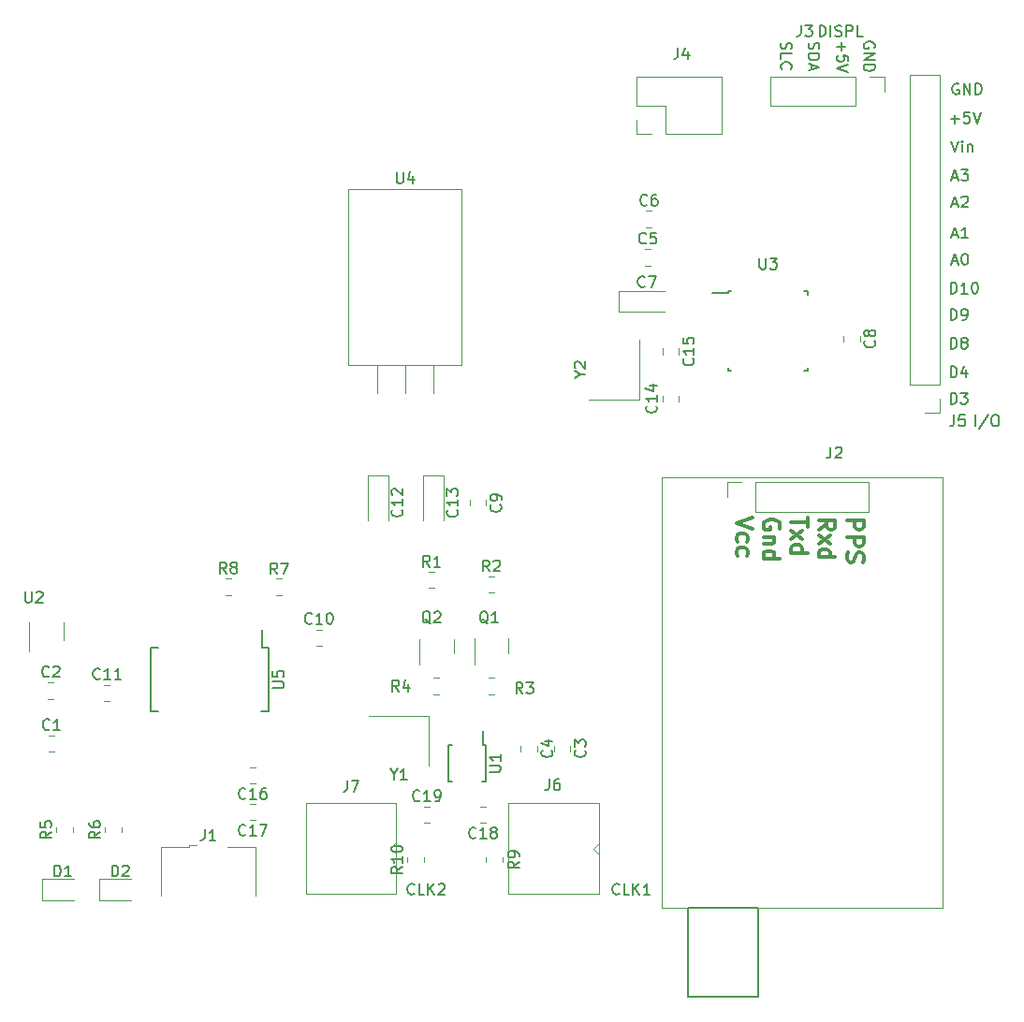
<source format=gbr>
%TF.GenerationSoftware,KiCad,Pcbnew,8.0.3-1.fc40*%
%TF.CreationDate,2024-07-02T21:03:53+02:00*%
%TF.ProjectId,sis5351a GPS controlled time base,73697335-3335-4316-9120-47505320636f,rev?*%
%TF.SameCoordinates,Original*%
%TF.FileFunction,Legend,Top*%
%TF.FilePolarity,Positive*%
%FSLAX46Y46*%
G04 Gerber Fmt 4.6, Leading zero omitted, Abs format (unit mm)*
G04 Created by KiCad (PCBNEW 8.0.3-1.fc40) date 2024-07-02 21:03:53*
%MOMM*%
%LPD*%
G01*
G04 APERTURE LIST*
%ADD10C,0.150000*%
%ADD11C,0.200000*%
%ADD12C,0.300000*%
%ADD13C,0.120000*%
G04 APERTURE END LIST*
D10*
X210089160Y-78984104D02*
X210565350Y-78984104D01*
X209993922Y-79269819D02*
X210327255Y-78269819D01*
X210327255Y-78269819D02*
X210660588Y-79269819D01*
X211184398Y-78269819D02*
X211279636Y-78269819D01*
X211279636Y-78269819D02*
X211374874Y-78317438D01*
X211374874Y-78317438D02*
X211422493Y-78365057D01*
X211422493Y-78365057D02*
X211470112Y-78460295D01*
X211470112Y-78460295D02*
X211517731Y-78650771D01*
X211517731Y-78650771D02*
X211517731Y-78888866D01*
X211517731Y-78888866D02*
X211470112Y-79079342D01*
X211470112Y-79079342D02*
X211422493Y-79174580D01*
X211422493Y-79174580D02*
X211374874Y-79222200D01*
X211374874Y-79222200D02*
X211279636Y-79269819D01*
X211279636Y-79269819D02*
X211184398Y-79269819D01*
X211184398Y-79269819D02*
X211089160Y-79222200D01*
X211089160Y-79222200D02*
X211041541Y-79174580D01*
X211041541Y-79174580D02*
X210993922Y-79079342D01*
X210993922Y-79079342D02*
X210946303Y-78888866D01*
X210946303Y-78888866D02*
X210946303Y-78650771D01*
X210946303Y-78650771D02*
X210993922Y-78460295D01*
X210993922Y-78460295D02*
X211041541Y-78365057D01*
X211041541Y-78365057D02*
X211089160Y-78317438D01*
X211089160Y-78317438D02*
X211184398Y-78269819D01*
X209936779Y-91869819D02*
X209936779Y-90869819D01*
X209936779Y-90869819D02*
X210174874Y-90869819D01*
X210174874Y-90869819D02*
X210317731Y-90917438D01*
X210317731Y-90917438D02*
X210412969Y-91012676D01*
X210412969Y-91012676D02*
X210460588Y-91107914D01*
X210460588Y-91107914D02*
X210508207Y-91298390D01*
X210508207Y-91298390D02*
X210508207Y-91441247D01*
X210508207Y-91441247D02*
X210460588Y-91631723D01*
X210460588Y-91631723D02*
X210412969Y-91726961D01*
X210412969Y-91726961D02*
X210317731Y-91822200D01*
X210317731Y-91822200D02*
X210174874Y-91869819D01*
X210174874Y-91869819D02*
X209936779Y-91869819D01*
X210841541Y-90869819D02*
X211460588Y-90869819D01*
X211460588Y-90869819D02*
X211127255Y-91250771D01*
X211127255Y-91250771D02*
X211270112Y-91250771D01*
X211270112Y-91250771D02*
X211365350Y-91298390D01*
X211365350Y-91298390D02*
X211412969Y-91346009D01*
X211412969Y-91346009D02*
X211460588Y-91441247D01*
X211460588Y-91441247D02*
X211460588Y-91679342D01*
X211460588Y-91679342D02*
X211412969Y-91774580D01*
X211412969Y-91774580D02*
X211365350Y-91822200D01*
X211365350Y-91822200D02*
X211270112Y-91869819D01*
X211270112Y-91869819D02*
X210984398Y-91869819D01*
X210984398Y-91869819D02*
X210889160Y-91822200D01*
X210889160Y-91822200D02*
X210841541Y-91774580D01*
X209936779Y-66088866D02*
X210698684Y-66088866D01*
X210317731Y-66469819D02*
X210317731Y-65707914D01*
X211651064Y-65469819D02*
X211174874Y-65469819D01*
X211174874Y-65469819D02*
X211127255Y-65946009D01*
X211127255Y-65946009D02*
X211174874Y-65898390D01*
X211174874Y-65898390D02*
X211270112Y-65850771D01*
X211270112Y-65850771D02*
X211508207Y-65850771D01*
X211508207Y-65850771D02*
X211603445Y-65898390D01*
X211603445Y-65898390D02*
X211651064Y-65946009D01*
X211651064Y-65946009D02*
X211698683Y-66041247D01*
X211698683Y-66041247D02*
X211698683Y-66279342D01*
X211698683Y-66279342D02*
X211651064Y-66374580D01*
X211651064Y-66374580D02*
X211603445Y-66422200D01*
X211603445Y-66422200D02*
X211508207Y-66469819D01*
X211508207Y-66469819D02*
X211270112Y-66469819D01*
X211270112Y-66469819D02*
X211174874Y-66422200D01*
X211174874Y-66422200D02*
X211127255Y-66374580D01*
X211984398Y-65469819D02*
X212317731Y-66469819D01*
X212317731Y-66469819D02*
X212651064Y-65469819D01*
X209936779Y-81869819D02*
X209936779Y-80869819D01*
X209936779Y-80869819D02*
X210174874Y-80869819D01*
X210174874Y-80869819D02*
X210317731Y-80917438D01*
X210317731Y-80917438D02*
X210412969Y-81012676D01*
X210412969Y-81012676D02*
X210460588Y-81107914D01*
X210460588Y-81107914D02*
X210508207Y-81298390D01*
X210508207Y-81298390D02*
X210508207Y-81441247D01*
X210508207Y-81441247D02*
X210460588Y-81631723D01*
X210460588Y-81631723D02*
X210412969Y-81726961D01*
X210412969Y-81726961D02*
X210317731Y-81822200D01*
X210317731Y-81822200D02*
X210174874Y-81869819D01*
X210174874Y-81869819D02*
X209936779Y-81869819D01*
X211460588Y-81869819D02*
X210889160Y-81869819D01*
X211174874Y-81869819D02*
X211174874Y-80869819D01*
X211174874Y-80869819D02*
X211079636Y-81012676D01*
X211079636Y-81012676D02*
X210984398Y-81107914D01*
X210984398Y-81107914D02*
X210889160Y-81155533D01*
X212079636Y-80869819D02*
X212174874Y-80869819D01*
X212174874Y-80869819D02*
X212270112Y-80917438D01*
X212270112Y-80917438D02*
X212317731Y-80965057D01*
X212317731Y-80965057D02*
X212365350Y-81060295D01*
X212365350Y-81060295D02*
X212412969Y-81250771D01*
X212412969Y-81250771D02*
X212412969Y-81488866D01*
X212412969Y-81488866D02*
X212365350Y-81679342D01*
X212365350Y-81679342D02*
X212317731Y-81774580D01*
X212317731Y-81774580D02*
X212270112Y-81822200D01*
X212270112Y-81822200D02*
X212174874Y-81869819D01*
X212174874Y-81869819D02*
X212079636Y-81869819D01*
X212079636Y-81869819D02*
X211984398Y-81822200D01*
X211984398Y-81822200D02*
X211936779Y-81774580D01*
X211936779Y-81774580D02*
X211889160Y-81679342D01*
X211889160Y-81679342D02*
X211841541Y-81488866D01*
X211841541Y-81488866D02*
X211841541Y-81250771D01*
X211841541Y-81250771D02*
X211889160Y-81060295D01*
X211889160Y-81060295D02*
X211936779Y-80965057D01*
X211936779Y-80965057D02*
X211984398Y-80917438D01*
X211984398Y-80917438D02*
X212079636Y-80869819D01*
D11*
X212169673Y-93867219D02*
X212169673Y-92867219D01*
X213360148Y-92819600D02*
X212503006Y-94105314D01*
X213883958Y-92867219D02*
X214074434Y-92867219D01*
X214074434Y-92867219D02*
X214169672Y-92914838D01*
X214169672Y-92914838D02*
X214264910Y-93010076D01*
X214264910Y-93010076D02*
X214312529Y-93200552D01*
X214312529Y-93200552D02*
X214312529Y-93533885D01*
X214312529Y-93533885D02*
X214264910Y-93724361D01*
X214264910Y-93724361D02*
X214169672Y-93819600D01*
X214169672Y-93819600D02*
X214074434Y-93867219D01*
X214074434Y-93867219D02*
X213883958Y-93867219D01*
X213883958Y-93867219D02*
X213788720Y-93819600D01*
X213788720Y-93819600D02*
X213693482Y-93724361D01*
X213693482Y-93724361D02*
X213645863Y-93533885D01*
X213645863Y-93533885D02*
X213645863Y-93200552D01*
X213645863Y-93200552D02*
X213693482Y-93010076D01*
X213693482Y-93010076D02*
X213788720Y-92914838D01*
X213788720Y-92914838D02*
X213883958Y-92867219D01*
D10*
X161436207Y-136172580D02*
X161388588Y-136220200D01*
X161388588Y-136220200D02*
X161245731Y-136267819D01*
X161245731Y-136267819D02*
X161150493Y-136267819D01*
X161150493Y-136267819D02*
X161007636Y-136220200D01*
X161007636Y-136220200D02*
X160912398Y-136124961D01*
X160912398Y-136124961D02*
X160864779Y-136029723D01*
X160864779Y-136029723D02*
X160817160Y-135839247D01*
X160817160Y-135839247D02*
X160817160Y-135696390D01*
X160817160Y-135696390D02*
X160864779Y-135505914D01*
X160864779Y-135505914D02*
X160912398Y-135410676D01*
X160912398Y-135410676D02*
X161007636Y-135315438D01*
X161007636Y-135315438D02*
X161150493Y-135267819D01*
X161150493Y-135267819D02*
X161245731Y-135267819D01*
X161245731Y-135267819D02*
X161388588Y-135315438D01*
X161388588Y-135315438D02*
X161436207Y-135363057D01*
X162340969Y-136267819D02*
X161864779Y-136267819D01*
X161864779Y-136267819D02*
X161864779Y-135267819D01*
X162674303Y-136267819D02*
X162674303Y-135267819D01*
X163245731Y-136267819D02*
X162817160Y-135696390D01*
X163245731Y-135267819D02*
X162674303Y-135839247D01*
X163626684Y-135363057D02*
X163674303Y-135315438D01*
X163674303Y-135315438D02*
X163769541Y-135267819D01*
X163769541Y-135267819D02*
X164007636Y-135267819D01*
X164007636Y-135267819D02*
X164102874Y-135315438D01*
X164102874Y-135315438D02*
X164150493Y-135363057D01*
X164150493Y-135363057D02*
X164198112Y-135458295D01*
X164198112Y-135458295D02*
X164198112Y-135553533D01*
X164198112Y-135553533D02*
X164150493Y-135696390D01*
X164150493Y-135696390D02*
X163579065Y-136267819D01*
X163579065Y-136267819D02*
X164198112Y-136267819D01*
X210089160Y-76584104D02*
X210565350Y-76584104D01*
X209993922Y-76869819D02*
X210327255Y-75869819D01*
X210327255Y-75869819D02*
X210660588Y-76869819D01*
X211517731Y-76869819D02*
X210946303Y-76869819D01*
X211232017Y-76869819D02*
X211232017Y-75869819D01*
X211232017Y-75869819D02*
X211136779Y-76012676D01*
X211136779Y-76012676D02*
X211041541Y-76107914D01*
X211041541Y-76107914D02*
X210946303Y-76155533D01*
X200061133Y-59136779D02*
X200061133Y-59898684D01*
X199680180Y-59517731D02*
X200442085Y-59517731D01*
X200680180Y-60851064D02*
X200680180Y-60374874D01*
X200680180Y-60374874D02*
X200203990Y-60327255D01*
X200203990Y-60327255D02*
X200251609Y-60374874D01*
X200251609Y-60374874D02*
X200299228Y-60470112D01*
X200299228Y-60470112D02*
X200299228Y-60708207D01*
X200299228Y-60708207D02*
X200251609Y-60803445D01*
X200251609Y-60803445D02*
X200203990Y-60851064D01*
X200203990Y-60851064D02*
X200108752Y-60898683D01*
X200108752Y-60898683D02*
X199870657Y-60898683D01*
X199870657Y-60898683D02*
X199775419Y-60851064D01*
X199775419Y-60851064D02*
X199727800Y-60803445D01*
X199727800Y-60803445D02*
X199680180Y-60708207D01*
X199680180Y-60708207D02*
X199680180Y-60470112D01*
X199680180Y-60470112D02*
X199727800Y-60374874D01*
X199727800Y-60374874D02*
X199775419Y-60327255D01*
X200680180Y-61184398D02*
X199680180Y-61517731D01*
X199680180Y-61517731D02*
X200680180Y-61851064D01*
X209993922Y-68069819D02*
X210327255Y-69069819D01*
X210327255Y-69069819D02*
X210660588Y-68069819D01*
X210993922Y-69069819D02*
X210993922Y-68403152D01*
X210993922Y-68069819D02*
X210946303Y-68117438D01*
X210946303Y-68117438D02*
X210993922Y-68165057D01*
X210993922Y-68165057D02*
X211041541Y-68117438D01*
X211041541Y-68117438D02*
X210993922Y-68069819D01*
X210993922Y-68069819D02*
X210993922Y-68165057D01*
X211470112Y-68403152D02*
X211470112Y-69069819D01*
X211470112Y-68498390D02*
X211517731Y-68450771D01*
X211517731Y-68450771D02*
X211612969Y-68403152D01*
X211612969Y-68403152D02*
X211755826Y-68403152D01*
X211755826Y-68403152D02*
X211851064Y-68450771D01*
X211851064Y-68450771D02*
X211898683Y-68546009D01*
X211898683Y-68546009D02*
X211898683Y-69069819D01*
X209936779Y-84269819D02*
X209936779Y-83269819D01*
X209936779Y-83269819D02*
X210174874Y-83269819D01*
X210174874Y-83269819D02*
X210317731Y-83317438D01*
X210317731Y-83317438D02*
X210412969Y-83412676D01*
X210412969Y-83412676D02*
X210460588Y-83507914D01*
X210460588Y-83507914D02*
X210508207Y-83698390D01*
X210508207Y-83698390D02*
X210508207Y-83841247D01*
X210508207Y-83841247D02*
X210460588Y-84031723D01*
X210460588Y-84031723D02*
X210412969Y-84126961D01*
X210412969Y-84126961D02*
X210317731Y-84222200D01*
X210317731Y-84222200D02*
X210174874Y-84269819D01*
X210174874Y-84269819D02*
X209936779Y-84269819D01*
X210984398Y-84269819D02*
X211174874Y-84269819D01*
X211174874Y-84269819D02*
X211270112Y-84222200D01*
X211270112Y-84222200D02*
X211317731Y-84174580D01*
X211317731Y-84174580D02*
X211412969Y-84031723D01*
X211412969Y-84031723D02*
X211460588Y-83841247D01*
X211460588Y-83841247D02*
X211460588Y-83460295D01*
X211460588Y-83460295D02*
X211412969Y-83365057D01*
X211412969Y-83365057D02*
X211365350Y-83317438D01*
X211365350Y-83317438D02*
X211270112Y-83269819D01*
X211270112Y-83269819D02*
X211079636Y-83269819D01*
X211079636Y-83269819D02*
X210984398Y-83317438D01*
X210984398Y-83317438D02*
X210936779Y-83365057D01*
X210936779Y-83365057D02*
X210889160Y-83460295D01*
X210889160Y-83460295D02*
X210889160Y-83698390D01*
X210889160Y-83698390D02*
X210936779Y-83793628D01*
X210936779Y-83793628D02*
X210984398Y-83841247D01*
X210984398Y-83841247D02*
X211079636Y-83888866D01*
X211079636Y-83888866D02*
X211270112Y-83888866D01*
X211270112Y-83888866D02*
X211365350Y-83841247D01*
X211365350Y-83841247D02*
X211412969Y-83793628D01*
X211412969Y-83793628D02*
X211460588Y-83698390D01*
X179978207Y-136172580D02*
X179930588Y-136220200D01*
X179930588Y-136220200D02*
X179787731Y-136267819D01*
X179787731Y-136267819D02*
X179692493Y-136267819D01*
X179692493Y-136267819D02*
X179549636Y-136220200D01*
X179549636Y-136220200D02*
X179454398Y-136124961D01*
X179454398Y-136124961D02*
X179406779Y-136029723D01*
X179406779Y-136029723D02*
X179359160Y-135839247D01*
X179359160Y-135839247D02*
X179359160Y-135696390D01*
X179359160Y-135696390D02*
X179406779Y-135505914D01*
X179406779Y-135505914D02*
X179454398Y-135410676D01*
X179454398Y-135410676D02*
X179549636Y-135315438D01*
X179549636Y-135315438D02*
X179692493Y-135267819D01*
X179692493Y-135267819D02*
X179787731Y-135267819D01*
X179787731Y-135267819D02*
X179930588Y-135315438D01*
X179930588Y-135315438D02*
X179978207Y-135363057D01*
X180882969Y-136267819D02*
X180406779Y-136267819D01*
X180406779Y-136267819D02*
X180406779Y-135267819D01*
X181216303Y-136267819D02*
X181216303Y-135267819D01*
X181787731Y-136267819D02*
X181359160Y-135696390D01*
X181787731Y-135267819D02*
X181216303Y-135839247D01*
X182740112Y-136267819D02*
X182168684Y-136267819D01*
X182454398Y-136267819D02*
X182454398Y-135267819D01*
X182454398Y-135267819D02*
X182359160Y-135410676D01*
X182359160Y-135410676D02*
X182263922Y-135505914D01*
X182263922Y-135505914D02*
X182168684Y-135553533D01*
X198086779Y-58619819D02*
X198086779Y-57619819D01*
X198086779Y-57619819D02*
X198324874Y-57619819D01*
X198324874Y-57619819D02*
X198467731Y-57667438D01*
X198467731Y-57667438D02*
X198562969Y-57762676D01*
X198562969Y-57762676D02*
X198610588Y-57857914D01*
X198610588Y-57857914D02*
X198658207Y-58048390D01*
X198658207Y-58048390D02*
X198658207Y-58191247D01*
X198658207Y-58191247D02*
X198610588Y-58381723D01*
X198610588Y-58381723D02*
X198562969Y-58476961D01*
X198562969Y-58476961D02*
X198467731Y-58572200D01*
X198467731Y-58572200D02*
X198324874Y-58619819D01*
X198324874Y-58619819D02*
X198086779Y-58619819D01*
X199086779Y-58619819D02*
X199086779Y-57619819D01*
X199515350Y-58572200D02*
X199658207Y-58619819D01*
X199658207Y-58619819D02*
X199896302Y-58619819D01*
X199896302Y-58619819D02*
X199991540Y-58572200D01*
X199991540Y-58572200D02*
X200039159Y-58524580D01*
X200039159Y-58524580D02*
X200086778Y-58429342D01*
X200086778Y-58429342D02*
X200086778Y-58334104D01*
X200086778Y-58334104D02*
X200039159Y-58238866D01*
X200039159Y-58238866D02*
X199991540Y-58191247D01*
X199991540Y-58191247D02*
X199896302Y-58143628D01*
X199896302Y-58143628D02*
X199705826Y-58096009D01*
X199705826Y-58096009D02*
X199610588Y-58048390D01*
X199610588Y-58048390D02*
X199562969Y-58000771D01*
X199562969Y-58000771D02*
X199515350Y-57905533D01*
X199515350Y-57905533D02*
X199515350Y-57810295D01*
X199515350Y-57810295D02*
X199562969Y-57715057D01*
X199562969Y-57715057D02*
X199610588Y-57667438D01*
X199610588Y-57667438D02*
X199705826Y-57619819D01*
X199705826Y-57619819D02*
X199943921Y-57619819D01*
X199943921Y-57619819D02*
X200086778Y-57667438D01*
X200515350Y-58619819D02*
X200515350Y-57619819D01*
X200515350Y-57619819D02*
X200896302Y-57619819D01*
X200896302Y-57619819D02*
X200991540Y-57667438D01*
X200991540Y-57667438D02*
X201039159Y-57715057D01*
X201039159Y-57715057D02*
X201086778Y-57810295D01*
X201086778Y-57810295D02*
X201086778Y-57953152D01*
X201086778Y-57953152D02*
X201039159Y-58048390D01*
X201039159Y-58048390D02*
X200991540Y-58096009D01*
X200991540Y-58096009D02*
X200896302Y-58143628D01*
X200896302Y-58143628D02*
X200515350Y-58143628D01*
X201991540Y-58619819D02*
X201515350Y-58619819D01*
X201515350Y-58619819D02*
X201515350Y-57619819D01*
X197127800Y-59189160D02*
X197080180Y-59332017D01*
X197080180Y-59332017D02*
X197080180Y-59570112D01*
X197080180Y-59570112D02*
X197127800Y-59665350D01*
X197127800Y-59665350D02*
X197175419Y-59712969D01*
X197175419Y-59712969D02*
X197270657Y-59760588D01*
X197270657Y-59760588D02*
X197365895Y-59760588D01*
X197365895Y-59760588D02*
X197461133Y-59712969D01*
X197461133Y-59712969D02*
X197508752Y-59665350D01*
X197508752Y-59665350D02*
X197556371Y-59570112D01*
X197556371Y-59570112D02*
X197603990Y-59379636D01*
X197603990Y-59379636D02*
X197651609Y-59284398D01*
X197651609Y-59284398D02*
X197699228Y-59236779D01*
X197699228Y-59236779D02*
X197794466Y-59189160D01*
X197794466Y-59189160D02*
X197889704Y-59189160D01*
X197889704Y-59189160D02*
X197984942Y-59236779D01*
X197984942Y-59236779D02*
X198032561Y-59284398D01*
X198032561Y-59284398D02*
X198080180Y-59379636D01*
X198080180Y-59379636D02*
X198080180Y-59617731D01*
X198080180Y-59617731D02*
X198032561Y-59760588D01*
X197080180Y-60189160D02*
X198080180Y-60189160D01*
X198080180Y-60189160D02*
X198080180Y-60427255D01*
X198080180Y-60427255D02*
X198032561Y-60570112D01*
X198032561Y-60570112D02*
X197937323Y-60665350D01*
X197937323Y-60665350D02*
X197842085Y-60712969D01*
X197842085Y-60712969D02*
X197651609Y-60760588D01*
X197651609Y-60760588D02*
X197508752Y-60760588D01*
X197508752Y-60760588D02*
X197318276Y-60712969D01*
X197318276Y-60712969D02*
X197223038Y-60665350D01*
X197223038Y-60665350D02*
X197127800Y-60570112D01*
X197127800Y-60570112D02*
X197080180Y-60427255D01*
X197080180Y-60427255D02*
X197080180Y-60189160D01*
X197365895Y-61141541D02*
X197365895Y-61617731D01*
X197080180Y-61046303D02*
X198080180Y-61379636D01*
X198080180Y-61379636D02*
X197080180Y-61712969D01*
X210660588Y-62917438D02*
X210565350Y-62869819D01*
X210565350Y-62869819D02*
X210422493Y-62869819D01*
X210422493Y-62869819D02*
X210279636Y-62917438D01*
X210279636Y-62917438D02*
X210184398Y-63012676D01*
X210184398Y-63012676D02*
X210136779Y-63107914D01*
X210136779Y-63107914D02*
X210089160Y-63298390D01*
X210089160Y-63298390D02*
X210089160Y-63441247D01*
X210089160Y-63441247D02*
X210136779Y-63631723D01*
X210136779Y-63631723D02*
X210184398Y-63726961D01*
X210184398Y-63726961D02*
X210279636Y-63822200D01*
X210279636Y-63822200D02*
X210422493Y-63869819D01*
X210422493Y-63869819D02*
X210517731Y-63869819D01*
X210517731Y-63869819D02*
X210660588Y-63822200D01*
X210660588Y-63822200D02*
X210708207Y-63774580D01*
X210708207Y-63774580D02*
X210708207Y-63441247D01*
X210708207Y-63441247D02*
X210517731Y-63441247D01*
X211136779Y-63869819D02*
X211136779Y-62869819D01*
X211136779Y-62869819D02*
X211708207Y-63869819D01*
X211708207Y-63869819D02*
X211708207Y-62869819D01*
X212184398Y-63869819D02*
X212184398Y-62869819D01*
X212184398Y-62869819D02*
X212422493Y-62869819D01*
X212422493Y-62869819D02*
X212565350Y-62917438D01*
X212565350Y-62917438D02*
X212660588Y-63012676D01*
X212660588Y-63012676D02*
X212708207Y-63107914D01*
X212708207Y-63107914D02*
X212755826Y-63298390D01*
X212755826Y-63298390D02*
X212755826Y-63441247D01*
X212755826Y-63441247D02*
X212708207Y-63631723D01*
X212708207Y-63631723D02*
X212660588Y-63726961D01*
X212660588Y-63726961D02*
X212565350Y-63822200D01*
X212565350Y-63822200D02*
X212422493Y-63869819D01*
X212422493Y-63869819D02*
X212184398Y-63869819D01*
X209936779Y-89469819D02*
X209936779Y-88469819D01*
X209936779Y-88469819D02*
X210174874Y-88469819D01*
X210174874Y-88469819D02*
X210317731Y-88517438D01*
X210317731Y-88517438D02*
X210412969Y-88612676D01*
X210412969Y-88612676D02*
X210460588Y-88707914D01*
X210460588Y-88707914D02*
X210508207Y-88898390D01*
X210508207Y-88898390D02*
X210508207Y-89041247D01*
X210508207Y-89041247D02*
X210460588Y-89231723D01*
X210460588Y-89231723D02*
X210412969Y-89326961D01*
X210412969Y-89326961D02*
X210317731Y-89422200D01*
X210317731Y-89422200D02*
X210174874Y-89469819D01*
X210174874Y-89469819D02*
X209936779Y-89469819D01*
X211365350Y-88803152D02*
X211365350Y-89469819D01*
X211127255Y-88422200D02*
X210889160Y-89136485D01*
X210889160Y-89136485D02*
X211508207Y-89136485D01*
X210089160Y-73784104D02*
X210565350Y-73784104D01*
X209993922Y-74069819D02*
X210327255Y-73069819D01*
X210327255Y-73069819D02*
X210660588Y-74069819D01*
X210946303Y-73165057D02*
X210993922Y-73117438D01*
X210993922Y-73117438D02*
X211089160Y-73069819D01*
X211089160Y-73069819D02*
X211327255Y-73069819D01*
X211327255Y-73069819D02*
X211422493Y-73117438D01*
X211422493Y-73117438D02*
X211470112Y-73165057D01*
X211470112Y-73165057D02*
X211517731Y-73260295D01*
X211517731Y-73260295D02*
X211517731Y-73355533D01*
X211517731Y-73355533D02*
X211470112Y-73498390D01*
X211470112Y-73498390D02*
X210898684Y-74069819D01*
X210898684Y-74069819D02*
X211517731Y-74069819D01*
X194627800Y-59189160D02*
X194580180Y-59332017D01*
X194580180Y-59332017D02*
X194580180Y-59570112D01*
X194580180Y-59570112D02*
X194627800Y-59665350D01*
X194627800Y-59665350D02*
X194675419Y-59712969D01*
X194675419Y-59712969D02*
X194770657Y-59760588D01*
X194770657Y-59760588D02*
X194865895Y-59760588D01*
X194865895Y-59760588D02*
X194961133Y-59712969D01*
X194961133Y-59712969D02*
X195008752Y-59665350D01*
X195008752Y-59665350D02*
X195056371Y-59570112D01*
X195056371Y-59570112D02*
X195103990Y-59379636D01*
X195103990Y-59379636D02*
X195151609Y-59284398D01*
X195151609Y-59284398D02*
X195199228Y-59236779D01*
X195199228Y-59236779D02*
X195294466Y-59189160D01*
X195294466Y-59189160D02*
X195389704Y-59189160D01*
X195389704Y-59189160D02*
X195484942Y-59236779D01*
X195484942Y-59236779D02*
X195532561Y-59284398D01*
X195532561Y-59284398D02*
X195580180Y-59379636D01*
X195580180Y-59379636D02*
X195580180Y-59617731D01*
X195580180Y-59617731D02*
X195532561Y-59760588D01*
X194580180Y-60665350D02*
X194580180Y-60189160D01*
X194580180Y-60189160D02*
X195580180Y-60189160D01*
X194675419Y-61570112D02*
X194627800Y-61522493D01*
X194627800Y-61522493D02*
X194580180Y-61379636D01*
X194580180Y-61379636D02*
X194580180Y-61284398D01*
X194580180Y-61284398D02*
X194627800Y-61141541D01*
X194627800Y-61141541D02*
X194723038Y-61046303D01*
X194723038Y-61046303D02*
X194818276Y-60998684D01*
X194818276Y-60998684D02*
X195008752Y-60951065D01*
X195008752Y-60951065D02*
X195151609Y-60951065D01*
X195151609Y-60951065D02*
X195342085Y-60998684D01*
X195342085Y-60998684D02*
X195437323Y-61046303D01*
X195437323Y-61046303D02*
X195532561Y-61141541D01*
X195532561Y-61141541D02*
X195580180Y-61284398D01*
X195580180Y-61284398D02*
X195580180Y-61379636D01*
X195580180Y-61379636D02*
X195532561Y-61522493D01*
X195532561Y-61522493D02*
X195484942Y-61570112D01*
X210089160Y-71384104D02*
X210565350Y-71384104D01*
X209993922Y-71669819D02*
X210327255Y-70669819D01*
X210327255Y-70669819D02*
X210660588Y-71669819D01*
X210898684Y-70669819D02*
X211517731Y-70669819D01*
X211517731Y-70669819D02*
X211184398Y-71050771D01*
X211184398Y-71050771D02*
X211327255Y-71050771D01*
X211327255Y-71050771D02*
X211422493Y-71098390D01*
X211422493Y-71098390D02*
X211470112Y-71146009D01*
X211470112Y-71146009D02*
X211517731Y-71241247D01*
X211517731Y-71241247D02*
X211517731Y-71479342D01*
X211517731Y-71479342D02*
X211470112Y-71574580D01*
X211470112Y-71574580D02*
X211422493Y-71622200D01*
X211422493Y-71622200D02*
X211327255Y-71669819D01*
X211327255Y-71669819D02*
X211041541Y-71669819D01*
X211041541Y-71669819D02*
X210946303Y-71622200D01*
X210946303Y-71622200D02*
X210898684Y-71574580D01*
X209936779Y-86869819D02*
X209936779Y-85869819D01*
X209936779Y-85869819D02*
X210174874Y-85869819D01*
X210174874Y-85869819D02*
X210317731Y-85917438D01*
X210317731Y-85917438D02*
X210412969Y-86012676D01*
X210412969Y-86012676D02*
X210460588Y-86107914D01*
X210460588Y-86107914D02*
X210508207Y-86298390D01*
X210508207Y-86298390D02*
X210508207Y-86441247D01*
X210508207Y-86441247D02*
X210460588Y-86631723D01*
X210460588Y-86631723D02*
X210412969Y-86726961D01*
X210412969Y-86726961D02*
X210317731Y-86822200D01*
X210317731Y-86822200D02*
X210174874Y-86869819D01*
X210174874Y-86869819D02*
X209936779Y-86869819D01*
X211079636Y-86298390D02*
X210984398Y-86250771D01*
X210984398Y-86250771D02*
X210936779Y-86203152D01*
X210936779Y-86203152D02*
X210889160Y-86107914D01*
X210889160Y-86107914D02*
X210889160Y-86060295D01*
X210889160Y-86060295D02*
X210936779Y-85965057D01*
X210936779Y-85965057D02*
X210984398Y-85917438D01*
X210984398Y-85917438D02*
X211079636Y-85869819D01*
X211079636Y-85869819D02*
X211270112Y-85869819D01*
X211270112Y-85869819D02*
X211365350Y-85917438D01*
X211365350Y-85917438D02*
X211412969Y-85965057D01*
X211412969Y-85965057D02*
X211460588Y-86060295D01*
X211460588Y-86060295D02*
X211460588Y-86107914D01*
X211460588Y-86107914D02*
X211412969Y-86203152D01*
X211412969Y-86203152D02*
X211365350Y-86250771D01*
X211365350Y-86250771D02*
X211270112Y-86298390D01*
X211270112Y-86298390D02*
X211079636Y-86298390D01*
X211079636Y-86298390D02*
X210984398Y-86346009D01*
X210984398Y-86346009D02*
X210936779Y-86393628D01*
X210936779Y-86393628D02*
X210889160Y-86488866D01*
X210889160Y-86488866D02*
X210889160Y-86679342D01*
X210889160Y-86679342D02*
X210936779Y-86774580D01*
X210936779Y-86774580D02*
X210984398Y-86822200D01*
X210984398Y-86822200D02*
X211079636Y-86869819D01*
X211079636Y-86869819D02*
X211270112Y-86869819D01*
X211270112Y-86869819D02*
X211365350Y-86822200D01*
X211365350Y-86822200D02*
X211412969Y-86774580D01*
X211412969Y-86774580D02*
X211460588Y-86679342D01*
X211460588Y-86679342D02*
X211460588Y-86488866D01*
X211460588Y-86488866D02*
X211412969Y-86393628D01*
X211412969Y-86393628D02*
X211365350Y-86346009D01*
X211365350Y-86346009D02*
X211270112Y-86298390D01*
X203032561Y-59660588D02*
X203080180Y-59565350D01*
X203080180Y-59565350D02*
X203080180Y-59422493D01*
X203080180Y-59422493D02*
X203032561Y-59279636D01*
X203032561Y-59279636D02*
X202937323Y-59184398D01*
X202937323Y-59184398D02*
X202842085Y-59136779D01*
X202842085Y-59136779D02*
X202651609Y-59089160D01*
X202651609Y-59089160D02*
X202508752Y-59089160D01*
X202508752Y-59089160D02*
X202318276Y-59136779D01*
X202318276Y-59136779D02*
X202223038Y-59184398D01*
X202223038Y-59184398D02*
X202127800Y-59279636D01*
X202127800Y-59279636D02*
X202080180Y-59422493D01*
X202080180Y-59422493D02*
X202080180Y-59517731D01*
X202080180Y-59517731D02*
X202127800Y-59660588D01*
X202127800Y-59660588D02*
X202175419Y-59708207D01*
X202175419Y-59708207D02*
X202508752Y-59708207D01*
X202508752Y-59708207D02*
X202508752Y-59517731D01*
X202080180Y-60136779D02*
X203080180Y-60136779D01*
X203080180Y-60136779D02*
X202080180Y-60708207D01*
X202080180Y-60708207D02*
X203080180Y-60708207D01*
X202080180Y-61184398D02*
X203080180Y-61184398D01*
X203080180Y-61184398D02*
X203080180Y-61422493D01*
X203080180Y-61422493D02*
X203032561Y-61565350D01*
X203032561Y-61565350D02*
X202937323Y-61660588D01*
X202937323Y-61660588D02*
X202842085Y-61708207D01*
X202842085Y-61708207D02*
X202651609Y-61755826D01*
X202651609Y-61755826D02*
X202508752Y-61755826D01*
X202508752Y-61755826D02*
X202318276Y-61708207D01*
X202318276Y-61708207D02*
X202223038Y-61660588D01*
X202223038Y-61660588D02*
X202127800Y-61565350D01*
X202127800Y-61565350D02*
X202080180Y-61422493D01*
X202080180Y-61422493D02*
X202080180Y-61184398D01*
X128886905Y-134604819D02*
X128886905Y-133604819D01*
X128886905Y-133604819D02*
X129125000Y-133604819D01*
X129125000Y-133604819D02*
X129267857Y-133652438D01*
X129267857Y-133652438D02*
X129363095Y-133747676D01*
X129363095Y-133747676D02*
X129410714Y-133842914D01*
X129410714Y-133842914D02*
X129458333Y-134033390D01*
X129458333Y-134033390D02*
X129458333Y-134176247D01*
X129458333Y-134176247D02*
X129410714Y-134366723D01*
X129410714Y-134366723D02*
X129363095Y-134461961D01*
X129363095Y-134461961D02*
X129267857Y-134557200D01*
X129267857Y-134557200D02*
X129125000Y-134604819D01*
X129125000Y-134604819D02*
X128886905Y-134604819D01*
X130410714Y-134604819D02*
X129839286Y-134604819D01*
X130125000Y-134604819D02*
X130125000Y-133604819D01*
X130125000Y-133604819D02*
X130029762Y-133747676D01*
X130029762Y-133747676D02*
X129934524Y-133842914D01*
X129934524Y-133842914D02*
X129839286Y-133890533D01*
X170910819Y-133278666D02*
X170434628Y-133611999D01*
X170910819Y-133850094D02*
X169910819Y-133850094D01*
X169910819Y-133850094D02*
X169910819Y-133469142D01*
X169910819Y-133469142D02*
X169958438Y-133373904D01*
X169958438Y-133373904D02*
X170006057Y-133326285D01*
X170006057Y-133326285D02*
X170101295Y-133278666D01*
X170101295Y-133278666D02*
X170244152Y-133278666D01*
X170244152Y-133278666D02*
X170339390Y-133326285D01*
X170339390Y-133326285D02*
X170387009Y-133373904D01*
X170387009Y-133373904D02*
X170434628Y-133469142D01*
X170434628Y-133469142D02*
X170434628Y-133850094D01*
X170910819Y-132802475D02*
X170910819Y-132611999D01*
X170910819Y-132611999D02*
X170863200Y-132516761D01*
X170863200Y-132516761D02*
X170815580Y-132469142D01*
X170815580Y-132469142D02*
X170672723Y-132373904D01*
X170672723Y-132373904D02*
X170482247Y-132326285D01*
X170482247Y-132326285D02*
X170101295Y-132326285D01*
X170101295Y-132326285D02*
X170006057Y-132373904D01*
X170006057Y-132373904D02*
X169958438Y-132421523D01*
X169958438Y-132421523D02*
X169910819Y-132516761D01*
X169910819Y-132516761D02*
X169910819Y-132707237D01*
X169910819Y-132707237D02*
X169958438Y-132802475D01*
X169958438Y-132802475D02*
X170006057Y-132850094D01*
X170006057Y-132850094D02*
X170101295Y-132897713D01*
X170101295Y-132897713D02*
X170339390Y-132897713D01*
X170339390Y-132897713D02*
X170434628Y-132850094D01*
X170434628Y-132850094D02*
X170482247Y-132802475D01*
X170482247Y-132802475D02*
X170529866Y-132707237D01*
X170529866Y-132707237D02*
X170529866Y-132516761D01*
X170529866Y-132516761D02*
X170482247Y-132421523D01*
X170482247Y-132421523D02*
X170434628Y-132373904D01*
X170434628Y-132373904D02*
X170339390Y-132326285D01*
X165275980Y-101465657D02*
X165323600Y-101513276D01*
X165323600Y-101513276D02*
X165371219Y-101656133D01*
X165371219Y-101656133D02*
X165371219Y-101751371D01*
X165371219Y-101751371D02*
X165323600Y-101894228D01*
X165323600Y-101894228D02*
X165228361Y-101989466D01*
X165228361Y-101989466D02*
X165133123Y-102037085D01*
X165133123Y-102037085D02*
X164942647Y-102084704D01*
X164942647Y-102084704D02*
X164799790Y-102084704D01*
X164799790Y-102084704D02*
X164609314Y-102037085D01*
X164609314Y-102037085D02*
X164514076Y-101989466D01*
X164514076Y-101989466D02*
X164418838Y-101894228D01*
X164418838Y-101894228D02*
X164371219Y-101751371D01*
X164371219Y-101751371D02*
X164371219Y-101656133D01*
X164371219Y-101656133D02*
X164418838Y-101513276D01*
X164418838Y-101513276D02*
X164466457Y-101465657D01*
X165371219Y-100513276D02*
X165371219Y-101084704D01*
X165371219Y-100798990D02*
X164371219Y-100798990D01*
X164371219Y-100798990D02*
X164514076Y-100894228D01*
X164514076Y-100894228D02*
X164609314Y-100989466D01*
X164609314Y-100989466D02*
X164656933Y-101084704D01*
X164371219Y-100179942D02*
X164371219Y-99560895D01*
X164371219Y-99560895D02*
X164752171Y-99894228D01*
X164752171Y-99894228D02*
X164752171Y-99751371D01*
X164752171Y-99751371D02*
X164799790Y-99656133D01*
X164799790Y-99656133D02*
X164847409Y-99608514D01*
X164847409Y-99608514D02*
X164942647Y-99560895D01*
X164942647Y-99560895D02*
X165180742Y-99560895D01*
X165180742Y-99560895D02*
X165275980Y-99608514D01*
X165275980Y-99608514D02*
X165323600Y-99656133D01*
X165323600Y-99656133D02*
X165371219Y-99751371D01*
X165371219Y-99751371D02*
X165371219Y-100037085D01*
X165371219Y-100037085D02*
X165323600Y-100132323D01*
X165323600Y-100132323D02*
X165275980Y-100179942D01*
X142466666Y-130354819D02*
X142466666Y-131069104D01*
X142466666Y-131069104D02*
X142419047Y-131211961D01*
X142419047Y-131211961D02*
X142323809Y-131307200D01*
X142323809Y-131307200D02*
X142180952Y-131354819D01*
X142180952Y-131354819D02*
X142085714Y-131354819D01*
X143466666Y-131354819D02*
X142895238Y-131354819D01*
X143180952Y-131354819D02*
X143180952Y-130354819D01*
X143180952Y-130354819D02*
X143085714Y-130497676D01*
X143085714Y-130497676D02*
X142990476Y-130592914D01*
X142990476Y-130592914D02*
X142895238Y-130640533D01*
X203039580Y-86129166D02*
X203087200Y-86176785D01*
X203087200Y-86176785D02*
X203134819Y-86319642D01*
X203134819Y-86319642D02*
X203134819Y-86414880D01*
X203134819Y-86414880D02*
X203087200Y-86557737D01*
X203087200Y-86557737D02*
X202991961Y-86652975D01*
X202991961Y-86652975D02*
X202896723Y-86700594D01*
X202896723Y-86700594D02*
X202706247Y-86748213D01*
X202706247Y-86748213D02*
X202563390Y-86748213D01*
X202563390Y-86748213D02*
X202372914Y-86700594D01*
X202372914Y-86700594D02*
X202277676Y-86652975D01*
X202277676Y-86652975D02*
X202182438Y-86557737D01*
X202182438Y-86557737D02*
X202134819Y-86414880D01*
X202134819Y-86414880D02*
X202134819Y-86319642D01*
X202134819Y-86319642D02*
X202182438Y-86176785D01*
X202182438Y-86176785D02*
X202230057Y-86129166D01*
X202563390Y-85557737D02*
X202515771Y-85652975D01*
X202515771Y-85652975D02*
X202468152Y-85700594D01*
X202468152Y-85700594D02*
X202372914Y-85748213D01*
X202372914Y-85748213D02*
X202325295Y-85748213D01*
X202325295Y-85748213D02*
X202230057Y-85700594D01*
X202230057Y-85700594D02*
X202182438Y-85652975D01*
X202182438Y-85652975D02*
X202134819Y-85557737D01*
X202134819Y-85557737D02*
X202134819Y-85367261D01*
X202134819Y-85367261D02*
X202182438Y-85272023D01*
X202182438Y-85272023D02*
X202230057Y-85224404D01*
X202230057Y-85224404D02*
X202325295Y-85176785D01*
X202325295Y-85176785D02*
X202372914Y-85176785D01*
X202372914Y-85176785D02*
X202468152Y-85224404D01*
X202468152Y-85224404D02*
X202515771Y-85272023D01*
X202515771Y-85272023D02*
X202563390Y-85367261D01*
X202563390Y-85367261D02*
X202563390Y-85557737D01*
X202563390Y-85557737D02*
X202611009Y-85652975D01*
X202611009Y-85652975D02*
X202658628Y-85700594D01*
X202658628Y-85700594D02*
X202753866Y-85748213D01*
X202753866Y-85748213D02*
X202944342Y-85748213D01*
X202944342Y-85748213D02*
X203039580Y-85700594D01*
X203039580Y-85700594D02*
X203087200Y-85652975D01*
X203087200Y-85652975D02*
X203134819Y-85557737D01*
X203134819Y-85557737D02*
X203134819Y-85367261D01*
X203134819Y-85367261D02*
X203087200Y-85272023D01*
X203087200Y-85272023D02*
X203039580Y-85224404D01*
X203039580Y-85224404D02*
X202944342Y-85176785D01*
X202944342Y-85176785D02*
X202753866Y-85176785D01*
X202753866Y-85176785D02*
X202658628Y-85224404D01*
X202658628Y-85224404D02*
X202611009Y-85272023D01*
X202611009Y-85272023D02*
X202563390Y-85367261D01*
X182395833Y-77279580D02*
X182348214Y-77327200D01*
X182348214Y-77327200D02*
X182205357Y-77374819D01*
X182205357Y-77374819D02*
X182110119Y-77374819D01*
X182110119Y-77374819D02*
X181967262Y-77327200D01*
X181967262Y-77327200D02*
X181872024Y-77231961D01*
X181872024Y-77231961D02*
X181824405Y-77136723D01*
X181824405Y-77136723D02*
X181776786Y-76946247D01*
X181776786Y-76946247D02*
X181776786Y-76803390D01*
X181776786Y-76803390D02*
X181824405Y-76612914D01*
X181824405Y-76612914D02*
X181872024Y-76517676D01*
X181872024Y-76517676D02*
X181967262Y-76422438D01*
X181967262Y-76422438D02*
X182110119Y-76374819D01*
X182110119Y-76374819D02*
X182205357Y-76374819D01*
X182205357Y-76374819D02*
X182348214Y-76422438D01*
X182348214Y-76422438D02*
X182395833Y-76470057D01*
X183300595Y-76374819D02*
X182824405Y-76374819D01*
X182824405Y-76374819D02*
X182776786Y-76851009D01*
X182776786Y-76851009D02*
X182824405Y-76803390D01*
X182824405Y-76803390D02*
X182919643Y-76755771D01*
X182919643Y-76755771D02*
X183157738Y-76755771D01*
X183157738Y-76755771D02*
X183252976Y-76803390D01*
X183252976Y-76803390D02*
X183300595Y-76851009D01*
X183300595Y-76851009D02*
X183348214Y-76946247D01*
X183348214Y-76946247D02*
X183348214Y-77184342D01*
X183348214Y-77184342D02*
X183300595Y-77279580D01*
X183300595Y-77279580D02*
X183252976Y-77327200D01*
X183252976Y-77327200D02*
X183157738Y-77374819D01*
X183157738Y-77374819D02*
X182919643Y-77374819D01*
X182919643Y-77374819D02*
X182824405Y-77327200D01*
X182824405Y-77327200D02*
X182776786Y-77279580D01*
X161917142Y-127711580D02*
X161869523Y-127759200D01*
X161869523Y-127759200D02*
X161726666Y-127806819D01*
X161726666Y-127806819D02*
X161631428Y-127806819D01*
X161631428Y-127806819D02*
X161488571Y-127759200D01*
X161488571Y-127759200D02*
X161393333Y-127663961D01*
X161393333Y-127663961D02*
X161345714Y-127568723D01*
X161345714Y-127568723D02*
X161298095Y-127378247D01*
X161298095Y-127378247D02*
X161298095Y-127235390D01*
X161298095Y-127235390D02*
X161345714Y-127044914D01*
X161345714Y-127044914D02*
X161393333Y-126949676D01*
X161393333Y-126949676D02*
X161488571Y-126854438D01*
X161488571Y-126854438D02*
X161631428Y-126806819D01*
X161631428Y-126806819D02*
X161726666Y-126806819D01*
X161726666Y-126806819D02*
X161869523Y-126854438D01*
X161869523Y-126854438D02*
X161917142Y-126902057D01*
X162869523Y-127806819D02*
X162298095Y-127806819D01*
X162583809Y-127806819D02*
X162583809Y-126806819D01*
X162583809Y-126806819D02*
X162488571Y-126949676D01*
X162488571Y-126949676D02*
X162393333Y-127044914D01*
X162393333Y-127044914D02*
X162298095Y-127092533D01*
X163345714Y-127806819D02*
X163536190Y-127806819D01*
X163536190Y-127806819D02*
X163631428Y-127759200D01*
X163631428Y-127759200D02*
X163679047Y-127711580D01*
X163679047Y-127711580D02*
X163774285Y-127568723D01*
X163774285Y-127568723D02*
X163821904Y-127378247D01*
X163821904Y-127378247D02*
X163821904Y-126997295D01*
X163821904Y-126997295D02*
X163774285Y-126902057D01*
X163774285Y-126902057D02*
X163726666Y-126854438D01*
X163726666Y-126854438D02*
X163631428Y-126806819D01*
X163631428Y-126806819D02*
X163440952Y-126806819D01*
X163440952Y-126806819D02*
X163345714Y-126854438D01*
X163345714Y-126854438D02*
X163298095Y-126902057D01*
X163298095Y-126902057D02*
X163250476Y-126997295D01*
X163250476Y-126997295D02*
X163250476Y-127235390D01*
X163250476Y-127235390D02*
X163298095Y-127330628D01*
X163298095Y-127330628D02*
X163345714Y-127378247D01*
X163345714Y-127378247D02*
X163440952Y-127425866D01*
X163440952Y-127425866D02*
X163631428Y-127425866D01*
X163631428Y-127425866D02*
X163726666Y-127378247D01*
X163726666Y-127378247D02*
X163774285Y-127330628D01*
X163774285Y-127330628D02*
X163821904Y-127235390D01*
X192659095Y-78672619D02*
X192659095Y-79482142D01*
X192659095Y-79482142D02*
X192706714Y-79577380D01*
X192706714Y-79577380D02*
X192754333Y-79625000D01*
X192754333Y-79625000D02*
X192849571Y-79672619D01*
X192849571Y-79672619D02*
X193040047Y-79672619D01*
X193040047Y-79672619D02*
X193135285Y-79625000D01*
X193135285Y-79625000D02*
X193182904Y-79577380D01*
X193182904Y-79577380D02*
X193230523Y-79482142D01*
X193230523Y-79482142D02*
X193230523Y-78672619D01*
X193611476Y-78672619D02*
X194230523Y-78672619D01*
X194230523Y-78672619D02*
X193897190Y-79053571D01*
X193897190Y-79053571D02*
X194040047Y-79053571D01*
X194040047Y-79053571D02*
X194135285Y-79101190D01*
X194135285Y-79101190D02*
X194182904Y-79148809D01*
X194182904Y-79148809D02*
X194230523Y-79244047D01*
X194230523Y-79244047D02*
X194230523Y-79482142D01*
X194230523Y-79482142D02*
X194182904Y-79577380D01*
X194182904Y-79577380D02*
X194135285Y-79625000D01*
X194135285Y-79625000D02*
X194040047Y-79672619D01*
X194040047Y-79672619D02*
X193754333Y-79672619D01*
X193754333Y-79672619D02*
X193659095Y-79625000D01*
X193659095Y-79625000D02*
X193611476Y-79577380D01*
X133004819Y-130566666D02*
X132528628Y-130899999D01*
X133004819Y-131138094D02*
X132004819Y-131138094D01*
X132004819Y-131138094D02*
X132004819Y-130757142D01*
X132004819Y-130757142D02*
X132052438Y-130661904D01*
X132052438Y-130661904D02*
X132100057Y-130614285D01*
X132100057Y-130614285D02*
X132195295Y-130566666D01*
X132195295Y-130566666D02*
X132338152Y-130566666D01*
X132338152Y-130566666D02*
X132433390Y-130614285D01*
X132433390Y-130614285D02*
X132481009Y-130661904D01*
X132481009Y-130661904D02*
X132528628Y-130757142D01*
X132528628Y-130757142D02*
X132528628Y-131138094D01*
X132004819Y-129709523D02*
X132004819Y-129899999D01*
X132004819Y-129899999D02*
X132052438Y-129995237D01*
X132052438Y-129995237D02*
X132100057Y-130042856D01*
X132100057Y-130042856D02*
X132242914Y-130138094D01*
X132242914Y-130138094D02*
X132433390Y-130185713D01*
X132433390Y-130185713D02*
X132814342Y-130185713D01*
X132814342Y-130185713D02*
X132909580Y-130138094D01*
X132909580Y-130138094D02*
X132957200Y-130090475D01*
X132957200Y-130090475D02*
X133004819Y-129995237D01*
X133004819Y-129995237D02*
X133004819Y-129804761D01*
X133004819Y-129804761D02*
X132957200Y-129709523D01*
X132957200Y-129709523D02*
X132909580Y-129661904D01*
X132909580Y-129661904D02*
X132814342Y-129614285D01*
X132814342Y-129614285D02*
X132576247Y-129614285D01*
X132576247Y-129614285D02*
X132481009Y-129661904D01*
X132481009Y-129661904D02*
X132433390Y-129709523D01*
X132433390Y-129709523D02*
X132385771Y-129804761D01*
X132385771Y-129804761D02*
X132385771Y-129995237D01*
X132385771Y-129995237D02*
X132433390Y-130090475D01*
X132433390Y-130090475D02*
X132481009Y-130138094D01*
X132481009Y-130138094D02*
X132576247Y-130185713D01*
X146169142Y-130817580D02*
X146121523Y-130865200D01*
X146121523Y-130865200D02*
X145978666Y-130912819D01*
X145978666Y-130912819D02*
X145883428Y-130912819D01*
X145883428Y-130912819D02*
X145740571Y-130865200D01*
X145740571Y-130865200D02*
X145645333Y-130769961D01*
X145645333Y-130769961D02*
X145597714Y-130674723D01*
X145597714Y-130674723D02*
X145550095Y-130484247D01*
X145550095Y-130484247D02*
X145550095Y-130341390D01*
X145550095Y-130341390D02*
X145597714Y-130150914D01*
X145597714Y-130150914D02*
X145645333Y-130055676D01*
X145645333Y-130055676D02*
X145740571Y-129960438D01*
X145740571Y-129960438D02*
X145883428Y-129912819D01*
X145883428Y-129912819D02*
X145978666Y-129912819D01*
X145978666Y-129912819D02*
X146121523Y-129960438D01*
X146121523Y-129960438D02*
X146169142Y-130008057D01*
X147121523Y-130912819D02*
X146550095Y-130912819D01*
X146835809Y-130912819D02*
X146835809Y-129912819D01*
X146835809Y-129912819D02*
X146740571Y-130055676D01*
X146740571Y-130055676D02*
X146645333Y-130150914D01*
X146645333Y-130150914D02*
X146550095Y-130198533D01*
X147454857Y-129912819D02*
X148121523Y-129912819D01*
X148121523Y-129912819D02*
X147692952Y-130912819D01*
X199096666Y-95768319D02*
X199096666Y-96482604D01*
X199096666Y-96482604D02*
X199049047Y-96625461D01*
X199049047Y-96625461D02*
X198953809Y-96720700D01*
X198953809Y-96720700D02*
X198810952Y-96768319D01*
X198810952Y-96768319D02*
X198715714Y-96768319D01*
X199525238Y-95863557D02*
X199572857Y-95815938D01*
X199572857Y-95815938D02*
X199668095Y-95768319D01*
X199668095Y-95768319D02*
X199906190Y-95768319D01*
X199906190Y-95768319D02*
X200001428Y-95815938D01*
X200001428Y-95815938D02*
X200049047Y-95863557D01*
X200049047Y-95863557D02*
X200096666Y-95958795D01*
X200096666Y-95958795D02*
X200096666Y-96054033D01*
X200096666Y-96054033D02*
X200049047Y-96196890D01*
X200049047Y-96196890D02*
X199477619Y-96768319D01*
X199477619Y-96768319D02*
X200096666Y-96768319D01*
X176839580Y-123204166D02*
X176887200Y-123251785D01*
X176887200Y-123251785D02*
X176934819Y-123394642D01*
X176934819Y-123394642D02*
X176934819Y-123489880D01*
X176934819Y-123489880D02*
X176887200Y-123632737D01*
X176887200Y-123632737D02*
X176791961Y-123727975D01*
X176791961Y-123727975D02*
X176696723Y-123775594D01*
X176696723Y-123775594D02*
X176506247Y-123823213D01*
X176506247Y-123823213D02*
X176363390Y-123823213D01*
X176363390Y-123823213D02*
X176172914Y-123775594D01*
X176172914Y-123775594D02*
X176077676Y-123727975D01*
X176077676Y-123727975D02*
X175982438Y-123632737D01*
X175982438Y-123632737D02*
X175934819Y-123489880D01*
X175934819Y-123489880D02*
X175934819Y-123394642D01*
X175934819Y-123394642D02*
X175982438Y-123251785D01*
X175982438Y-123251785D02*
X176030057Y-123204166D01*
X175934819Y-122870832D02*
X175934819Y-122251785D01*
X175934819Y-122251785D02*
X176315771Y-122585118D01*
X176315771Y-122585118D02*
X176315771Y-122442261D01*
X176315771Y-122442261D02*
X176363390Y-122347023D01*
X176363390Y-122347023D02*
X176411009Y-122299404D01*
X176411009Y-122299404D02*
X176506247Y-122251785D01*
X176506247Y-122251785D02*
X176744342Y-122251785D01*
X176744342Y-122251785D02*
X176839580Y-122299404D01*
X176839580Y-122299404D02*
X176887200Y-122347023D01*
X176887200Y-122347023D02*
X176934819Y-122442261D01*
X176934819Y-122442261D02*
X176934819Y-122727975D01*
X176934819Y-122727975D02*
X176887200Y-122823213D01*
X176887200Y-122823213D02*
X176839580Y-122870832D01*
X126238095Y-108854819D02*
X126238095Y-109664342D01*
X126238095Y-109664342D02*
X126285714Y-109759580D01*
X126285714Y-109759580D02*
X126333333Y-109807200D01*
X126333333Y-109807200D02*
X126428571Y-109854819D01*
X126428571Y-109854819D02*
X126619047Y-109854819D01*
X126619047Y-109854819D02*
X126714285Y-109807200D01*
X126714285Y-109807200D02*
X126761904Y-109759580D01*
X126761904Y-109759580D02*
X126809523Y-109664342D01*
X126809523Y-109664342D02*
X126809523Y-108854819D01*
X127238095Y-108950057D02*
X127285714Y-108902438D01*
X127285714Y-108902438D02*
X127380952Y-108854819D01*
X127380952Y-108854819D02*
X127619047Y-108854819D01*
X127619047Y-108854819D02*
X127714285Y-108902438D01*
X127714285Y-108902438D02*
X127761904Y-108950057D01*
X127761904Y-108950057D02*
X127809523Y-109045295D01*
X127809523Y-109045295D02*
X127809523Y-109140533D01*
X127809523Y-109140533D02*
X127761904Y-109283390D01*
X127761904Y-109283390D02*
X127190476Y-109854819D01*
X127190476Y-109854819D02*
X127809523Y-109854819D01*
X183279580Y-92030357D02*
X183327200Y-92077976D01*
X183327200Y-92077976D02*
X183374819Y-92220833D01*
X183374819Y-92220833D02*
X183374819Y-92316071D01*
X183374819Y-92316071D02*
X183327200Y-92458928D01*
X183327200Y-92458928D02*
X183231961Y-92554166D01*
X183231961Y-92554166D02*
X183136723Y-92601785D01*
X183136723Y-92601785D02*
X182946247Y-92649404D01*
X182946247Y-92649404D02*
X182803390Y-92649404D01*
X182803390Y-92649404D02*
X182612914Y-92601785D01*
X182612914Y-92601785D02*
X182517676Y-92554166D01*
X182517676Y-92554166D02*
X182422438Y-92458928D01*
X182422438Y-92458928D02*
X182374819Y-92316071D01*
X182374819Y-92316071D02*
X182374819Y-92220833D01*
X182374819Y-92220833D02*
X182422438Y-92077976D01*
X182422438Y-92077976D02*
X182470057Y-92030357D01*
X183374819Y-91077976D02*
X183374819Y-91649404D01*
X183374819Y-91363690D02*
X182374819Y-91363690D01*
X182374819Y-91363690D02*
X182517676Y-91458928D01*
X182517676Y-91458928D02*
X182612914Y-91554166D01*
X182612914Y-91554166D02*
X182660533Y-91649404D01*
X182708152Y-90220833D02*
X183374819Y-90220833D01*
X182327200Y-90458928D02*
X183041485Y-90697023D01*
X183041485Y-90697023D02*
X183041485Y-90077976D01*
X182270833Y-81209580D02*
X182223214Y-81257200D01*
X182223214Y-81257200D02*
X182080357Y-81304819D01*
X182080357Y-81304819D02*
X181985119Y-81304819D01*
X181985119Y-81304819D02*
X181842262Y-81257200D01*
X181842262Y-81257200D02*
X181747024Y-81161961D01*
X181747024Y-81161961D02*
X181699405Y-81066723D01*
X181699405Y-81066723D02*
X181651786Y-80876247D01*
X181651786Y-80876247D02*
X181651786Y-80733390D01*
X181651786Y-80733390D02*
X181699405Y-80542914D01*
X181699405Y-80542914D02*
X181747024Y-80447676D01*
X181747024Y-80447676D02*
X181842262Y-80352438D01*
X181842262Y-80352438D02*
X181985119Y-80304819D01*
X181985119Y-80304819D02*
X182080357Y-80304819D01*
X182080357Y-80304819D02*
X182223214Y-80352438D01*
X182223214Y-80352438D02*
X182270833Y-80400057D01*
X182604167Y-80304819D02*
X183270833Y-80304819D01*
X183270833Y-80304819D02*
X182842262Y-81304819D01*
X128433333Y-121279580D02*
X128385714Y-121327200D01*
X128385714Y-121327200D02*
X128242857Y-121374819D01*
X128242857Y-121374819D02*
X128147619Y-121374819D01*
X128147619Y-121374819D02*
X128004762Y-121327200D01*
X128004762Y-121327200D02*
X127909524Y-121231961D01*
X127909524Y-121231961D02*
X127861905Y-121136723D01*
X127861905Y-121136723D02*
X127814286Y-120946247D01*
X127814286Y-120946247D02*
X127814286Y-120803390D01*
X127814286Y-120803390D02*
X127861905Y-120612914D01*
X127861905Y-120612914D02*
X127909524Y-120517676D01*
X127909524Y-120517676D02*
X128004762Y-120422438D01*
X128004762Y-120422438D02*
X128147619Y-120374819D01*
X128147619Y-120374819D02*
X128242857Y-120374819D01*
X128242857Y-120374819D02*
X128385714Y-120422438D01*
X128385714Y-120422438D02*
X128433333Y-120470057D01*
X129385714Y-121374819D02*
X128814286Y-121374819D01*
X129100000Y-121374819D02*
X129100000Y-120374819D01*
X129100000Y-120374819D02*
X129004762Y-120517676D01*
X129004762Y-120517676D02*
X128909524Y-120612914D01*
X128909524Y-120612914D02*
X128814286Y-120660533D01*
X144433333Y-107204819D02*
X144100000Y-106728628D01*
X143861905Y-107204819D02*
X143861905Y-106204819D01*
X143861905Y-106204819D02*
X144242857Y-106204819D01*
X144242857Y-106204819D02*
X144338095Y-106252438D01*
X144338095Y-106252438D02*
X144385714Y-106300057D01*
X144385714Y-106300057D02*
X144433333Y-106395295D01*
X144433333Y-106395295D02*
X144433333Y-106538152D01*
X144433333Y-106538152D02*
X144385714Y-106633390D01*
X144385714Y-106633390D02*
X144338095Y-106681009D01*
X144338095Y-106681009D02*
X144242857Y-106728628D01*
X144242857Y-106728628D02*
X143861905Y-106728628D01*
X145004762Y-106633390D02*
X144909524Y-106585771D01*
X144909524Y-106585771D02*
X144861905Y-106538152D01*
X144861905Y-106538152D02*
X144814286Y-106442914D01*
X144814286Y-106442914D02*
X144814286Y-106395295D01*
X144814286Y-106395295D02*
X144861905Y-106300057D01*
X144861905Y-106300057D02*
X144909524Y-106252438D01*
X144909524Y-106252438D02*
X145004762Y-106204819D01*
X145004762Y-106204819D02*
X145195238Y-106204819D01*
X145195238Y-106204819D02*
X145290476Y-106252438D01*
X145290476Y-106252438D02*
X145338095Y-106300057D01*
X145338095Y-106300057D02*
X145385714Y-106395295D01*
X145385714Y-106395295D02*
X145385714Y-106442914D01*
X145385714Y-106442914D02*
X145338095Y-106538152D01*
X145338095Y-106538152D02*
X145290476Y-106585771D01*
X145290476Y-106585771D02*
X145195238Y-106633390D01*
X145195238Y-106633390D02*
X145004762Y-106633390D01*
X145004762Y-106633390D02*
X144909524Y-106681009D01*
X144909524Y-106681009D02*
X144861905Y-106728628D01*
X144861905Y-106728628D02*
X144814286Y-106823866D01*
X144814286Y-106823866D02*
X144814286Y-107014342D01*
X144814286Y-107014342D02*
X144861905Y-107109580D01*
X144861905Y-107109580D02*
X144909524Y-107157200D01*
X144909524Y-107157200D02*
X145004762Y-107204819D01*
X145004762Y-107204819D02*
X145195238Y-107204819D01*
X145195238Y-107204819D02*
X145290476Y-107157200D01*
X145290476Y-107157200D02*
X145338095Y-107109580D01*
X145338095Y-107109580D02*
X145385714Y-107014342D01*
X145385714Y-107014342D02*
X145385714Y-106823866D01*
X145385714Y-106823866D02*
X145338095Y-106728628D01*
X145338095Y-106728628D02*
X145290476Y-106681009D01*
X145290476Y-106681009D02*
X145195238Y-106633390D01*
X168233333Y-107004819D02*
X167900000Y-106528628D01*
X167661905Y-107004819D02*
X167661905Y-106004819D01*
X167661905Y-106004819D02*
X168042857Y-106004819D01*
X168042857Y-106004819D02*
X168138095Y-106052438D01*
X168138095Y-106052438D02*
X168185714Y-106100057D01*
X168185714Y-106100057D02*
X168233333Y-106195295D01*
X168233333Y-106195295D02*
X168233333Y-106338152D01*
X168233333Y-106338152D02*
X168185714Y-106433390D01*
X168185714Y-106433390D02*
X168138095Y-106481009D01*
X168138095Y-106481009D02*
X168042857Y-106528628D01*
X168042857Y-106528628D02*
X167661905Y-106528628D01*
X168614286Y-106100057D02*
X168661905Y-106052438D01*
X168661905Y-106052438D02*
X168757143Y-106004819D01*
X168757143Y-106004819D02*
X168995238Y-106004819D01*
X168995238Y-106004819D02*
X169090476Y-106052438D01*
X169090476Y-106052438D02*
X169138095Y-106100057D01*
X169138095Y-106100057D02*
X169185714Y-106195295D01*
X169185714Y-106195295D02*
X169185714Y-106290533D01*
X169185714Y-106290533D02*
X169138095Y-106433390D01*
X169138095Y-106433390D02*
X168566667Y-107004819D01*
X168566667Y-107004819D02*
X169185714Y-107004819D01*
X149033333Y-107254819D02*
X148700000Y-106778628D01*
X148461905Y-107254819D02*
X148461905Y-106254819D01*
X148461905Y-106254819D02*
X148842857Y-106254819D01*
X148842857Y-106254819D02*
X148938095Y-106302438D01*
X148938095Y-106302438D02*
X148985714Y-106350057D01*
X148985714Y-106350057D02*
X149033333Y-106445295D01*
X149033333Y-106445295D02*
X149033333Y-106588152D01*
X149033333Y-106588152D02*
X148985714Y-106683390D01*
X148985714Y-106683390D02*
X148938095Y-106731009D01*
X148938095Y-106731009D02*
X148842857Y-106778628D01*
X148842857Y-106778628D02*
X148461905Y-106778628D01*
X149366667Y-106254819D02*
X150033333Y-106254819D01*
X150033333Y-106254819D02*
X149604762Y-107254819D01*
X186639580Y-87755357D02*
X186687200Y-87802976D01*
X186687200Y-87802976D02*
X186734819Y-87945833D01*
X186734819Y-87945833D02*
X186734819Y-88041071D01*
X186734819Y-88041071D02*
X186687200Y-88183928D01*
X186687200Y-88183928D02*
X186591961Y-88279166D01*
X186591961Y-88279166D02*
X186496723Y-88326785D01*
X186496723Y-88326785D02*
X186306247Y-88374404D01*
X186306247Y-88374404D02*
X186163390Y-88374404D01*
X186163390Y-88374404D02*
X185972914Y-88326785D01*
X185972914Y-88326785D02*
X185877676Y-88279166D01*
X185877676Y-88279166D02*
X185782438Y-88183928D01*
X185782438Y-88183928D02*
X185734819Y-88041071D01*
X185734819Y-88041071D02*
X185734819Y-87945833D01*
X185734819Y-87945833D02*
X185782438Y-87802976D01*
X185782438Y-87802976D02*
X185830057Y-87755357D01*
X186734819Y-86802976D02*
X186734819Y-87374404D01*
X186734819Y-87088690D02*
X185734819Y-87088690D01*
X185734819Y-87088690D02*
X185877676Y-87183928D01*
X185877676Y-87183928D02*
X185972914Y-87279166D01*
X185972914Y-87279166D02*
X186020533Y-87374404D01*
X185734819Y-85898214D02*
X185734819Y-86374404D01*
X185734819Y-86374404D02*
X186211009Y-86422023D01*
X186211009Y-86422023D02*
X186163390Y-86374404D01*
X186163390Y-86374404D02*
X186115771Y-86279166D01*
X186115771Y-86279166D02*
X186115771Y-86041071D01*
X186115771Y-86041071D02*
X186163390Y-85945833D01*
X186163390Y-85945833D02*
X186211009Y-85898214D01*
X186211009Y-85898214D02*
X186306247Y-85850595D01*
X186306247Y-85850595D02*
X186544342Y-85850595D01*
X186544342Y-85850595D02*
X186639580Y-85898214D01*
X186639580Y-85898214D02*
X186687200Y-85945833D01*
X186687200Y-85945833D02*
X186734819Y-86041071D01*
X186734819Y-86041071D02*
X186734819Y-86279166D01*
X186734819Y-86279166D02*
X186687200Y-86374404D01*
X186687200Y-86374404D02*
X186639580Y-86422023D01*
X160275980Y-101428157D02*
X160323600Y-101475776D01*
X160323600Y-101475776D02*
X160371219Y-101618633D01*
X160371219Y-101618633D02*
X160371219Y-101713871D01*
X160371219Y-101713871D02*
X160323600Y-101856728D01*
X160323600Y-101856728D02*
X160228361Y-101951966D01*
X160228361Y-101951966D02*
X160133123Y-101999585D01*
X160133123Y-101999585D02*
X159942647Y-102047204D01*
X159942647Y-102047204D02*
X159799790Y-102047204D01*
X159799790Y-102047204D02*
X159609314Y-101999585D01*
X159609314Y-101999585D02*
X159514076Y-101951966D01*
X159514076Y-101951966D02*
X159418838Y-101856728D01*
X159418838Y-101856728D02*
X159371219Y-101713871D01*
X159371219Y-101713871D02*
X159371219Y-101618633D01*
X159371219Y-101618633D02*
X159418838Y-101475776D01*
X159418838Y-101475776D02*
X159466457Y-101428157D01*
X160371219Y-100475776D02*
X160371219Y-101047204D01*
X160371219Y-100761490D02*
X159371219Y-100761490D01*
X159371219Y-100761490D02*
X159514076Y-100856728D01*
X159514076Y-100856728D02*
X159609314Y-100951966D01*
X159609314Y-100951966D02*
X159656933Y-101047204D01*
X159466457Y-100094823D02*
X159418838Y-100047204D01*
X159418838Y-100047204D02*
X159371219Y-99951966D01*
X159371219Y-99951966D02*
X159371219Y-99713871D01*
X159371219Y-99713871D02*
X159418838Y-99618633D01*
X159418838Y-99618633D02*
X159466457Y-99571014D01*
X159466457Y-99571014D02*
X159561695Y-99523395D01*
X159561695Y-99523395D02*
X159656933Y-99523395D01*
X159656933Y-99523395D02*
X159799790Y-99571014D01*
X159799790Y-99571014D02*
X160371219Y-100142442D01*
X160371219Y-100142442D02*
X160371219Y-99523395D01*
X166997142Y-131071580D02*
X166949523Y-131119200D01*
X166949523Y-131119200D02*
X166806666Y-131166819D01*
X166806666Y-131166819D02*
X166711428Y-131166819D01*
X166711428Y-131166819D02*
X166568571Y-131119200D01*
X166568571Y-131119200D02*
X166473333Y-131023961D01*
X166473333Y-131023961D02*
X166425714Y-130928723D01*
X166425714Y-130928723D02*
X166378095Y-130738247D01*
X166378095Y-130738247D02*
X166378095Y-130595390D01*
X166378095Y-130595390D02*
X166425714Y-130404914D01*
X166425714Y-130404914D02*
X166473333Y-130309676D01*
X166473333Y-130309676D02*
X166568571Y-130214438D01*
X166568571Y-130214438D02*
X166711428Y-130166819D01*
X166711428Y-130166819D02*
X166806666Y-130166819D01*
X166806666Y-130166819D02*
X166949523Y-130214438D01*
X166949523Y-130214438D02*
X166997142Y-130262057D01*
X167949523Y-131166819D02*
X167378095Y-131166819D01*
X167663809Y-131166819D02*
X167663809Y-130166819D01*
X167663809Y-130166819D02*
X167568571Y-130309676D01*
X167568571Y-130309676D02*
X167473333Y-130404914D01*
X167473333Y-130404914D02*
X167378095Y-130452533D01*
X168520952Y-130595390D02*
X168425714Y-130547771D01*
X168425714Y-130547771D02*
X168378095Y-130500152D01*
X168378095Y-130500152D02*
X168330476Y-130404914D01*
X168330476Y-130404914D02*
X168330476Y-130357295D01*
X168330476Y-130357295D02*
X168378095Y-130262057D01*
X168378095Y-130262057D02*
X168425714Y-130214438D01*
X168425714Y-130214438D02*
X168520952Y-130166819D01*
X168520952Y-130166819D02*
X168711428Y-130166819D01*
X168711428Y-130166819D02*
X168806666Y-130214438D01*
X168806666Y-130214438D02*
X168854285Y-130262057D01*
X168854285Y-130262057D02*
X168901904Y-130357295D01*
X168901904Y-130357295D02*
X168901904Y-130404914D01*
X168901904Y-130404914D02*
X168854285Y-130500152D01*
X168854285Y-130500152D02*
X168806666Y-130547771D01*
X168806666Y-130547771D02*
X168711428Y-130595390D01*
X168711428Y-130595390D02*
X168520952Y-130595390D01*
X168520952Y-130595390D02*
X168425714Y-130643009D01*
X168425714Y-130643009D02*
X168378095Y-130690628D01*
X168378095Y-130690628D02*
X168330476Y-130785866D01*
X168330476Y-130785866D02*
X168330476Y-130976342D01*
X168330476Y-130976342D02*
X168378095Y-131071580D01*
X168378095Y-131071580D02*
X168425714Y-131119200D01*
X168425714Y-131119200D02*
X168520952Y-131166819D01*
X168520952Y-131166819D02*
X168711428Y-131166819D01*
X168711428Y-131166819D02*
X168806666Y-131119200D01*
X168806666Y-131119200D02*
X168854285Y-131071580D01*
X168854285Y-131071580D02*
X168901904Y-130976342D01*
X168901904Y-130976342D02*
X168901904Y-130785866D01*
X168901904Y-130785866D02*
X168854285Y-130690628D01*
X168854285Y-130690628D02*
X168806666Y-130643009D01*
X168806666Y-130643009D02*
X168711428Y-130595390D01*
X162833333Y-106604819D02*
X162500000Y-106128628D01*
X162261905Y-106604819D02*
X162261905Y-105604819D01*
X162261905Y-105604819D02*
X162642857Y-105604819D01*
X162642857Y-105604819D02*
X162738095Y-105652438D01*
X162738095Y-105652438D02*
X162785714Y-105700057D01*
X162785714Y-105700057D02*
X162833333Y-105795295D01*
X162833333Y-105795295D02*
X162833333Y-105938152D01*
X162833333Y-105938152D02*
X162785714Y-106033390D01*
X162785714Y-106033390D02*
X162738095Y-106081009D01*
X162738095Y-106081009D02*
X162642857Y-106128628D01*
X162642857Y-106128628D02*
X162261905Y-106128628D01*
X163785714Y-106604819D02*
X163214286Y-106604819D01*
X163500000Y-106604819D02*
X163500000Y-105604819D01*
X163500000Y-105604819D02*
X163404762Y-105747676D01*
X163404762Y-105747676D02*
X163309524Y-105842914D01*
X163309524Y-105842914D02*
X163214286Y-105890533D01*
X160348819Y-133738857D02*
X159872628Y-134072190D01*
X160348819Y-134310285D02*
X159348819Y-134310285D01*
X159348819Y-134310285D02*
X159348819Y-133929333D01*
X159348819Y-133929333D02*
X159396438Y-133834095D01*
X159396438Y-133834095D02*
X159444057Y-133786476D01*
X159444057Y-133786476D02*
X159539295Y-133738857D01*
X159539295Y-133738857D02*
X159682152Y-133738857D01*
X159682152Y-133738857D02*
X159777390Y-133786476D01*
X159777390Y-133786476D02*
X159825009Y-133834095D01*
X159825009Y-133834095D02*
X159872628Y-133929333D01*
X159872628Y-133929333D02*
X159872628Y-134310285D01*
X160348819Y-132786476D02*
X160348819Y-133357904D01*
X160348819Y-133072190D02*
X159348819Y-133072190D01*
X159348819Y-133072190D02*
X159491676Y-133167428D01*
X159491676Y-133167428D02*
X159586914Y-133262666D01*
X159586914Y-133262666D02*
X159634533Y-133357904D01*
X159348819Y-132167428D02*
X159348819Y-132072190D01*
X159348819Y-132072190D02*
X159396438Y-131976952D01*
X159396438Y-131976952D02*
X159444057Y-131929333D01*
X159444057Y-131929333D02*
X159539295Y-131881714D01*
X159539295Y-131881714D02*
X159729771Y-131834095D01*
X159729771Y-131834095D02*
X159967866Y-131834095D01*
X159967866Y-131834095D02*
X160158342Y-131881714D01*
X160158342Y-131881714D02*
X160253580Y-131929333D01*
X160253580Y-131929333D02*
X160301200Y-131976952D01*
X160301200Y-131976952D02*
X160348819Y-132072190D01*
X160348819Y-132072190D02*
X160348819Y-132167428D01*
X160348819Y-132167428D02*
X160301200Y-132262666D01*
X160301200Y-132262666D02*
X160253580Y-132310285D01*
X160253580Y-132310285D02*
X160158342Y-132357904D01*
X160158342Y-132357904D02*
X159967866Y-132405523D01*
X159967866Y-132405523D02*
X159729771Y-132405523D01*
X159729771Y-132405523D02*
X159539295Y-132357904D01*
X159539295Y-132357904D02*
X159444057Y-132310285D01*
X159444057Y-132310285D02*
X159396438Y-132262666D01*
X159396438Y-132262666D02*
X159348819Y-132167428D01*
X171233333Y-118054819D02*
X170900000Y-117578628D01*
X170661905Y-118054819D02*
X170661905Y-117054819D01*
X170661905Y-117054819D02*
X171042857Y-117054819D01*
X171042857Y-117054819D02*
X171138095Y-117102438D01*
X171138095Y-117102438D02*
X171185714Y-117150057D01*
X171185714Y-117150057D02*
X171233333Y-117245295D01*
X171233333Y-117245295D02*
X171233333Y-117388152D01*
X171233333Y-117388152D02*
X171185714Y-117483390D01*
X171185714Y-117483390D02*
X171138095Y-117531009D01*
X171138095Y-117531009D02*
X171042857Y-117578628D01*
X171042857Y-117578628D02*
X170661905Y-117578628D01*
X171566667Y-117054819D02*
X172185714Y-117054819D01*
X172185714Y-117054819D02*
X171852381Y-117435771D01*
X171852381Y-117435771D02*
X171995238Y-117435771D01*
X171995238Y-117435771D02*
X172090476Y-117483390D01*
X172090476Y-117483390D02*
X172138095Y-117531009D01*
X172138095Y-117531009D02*
X172185714Y-117626247D01*
X172185714Y-117626247D02*
X172185714Y-117864342D01*
X172185714Y-117864342D02*
X172138095Y-117959580D01*
X172138095Y-117959580D02*
X172090476Y-118007200D01*
X172090476Y-118007200D02*
X171995238Y-118054819D01*
X171995238Y-118054819D02*
X171709524Y-118054819D01*
X171709524Y-118054819D02*
X171614286Y-118007200D01*
X171614286Y-118007200D02*
X171566667Y-117959580D01*
X169205980Y-100989466D02*
X169253600Y-101037085D01*
X169253600Y-101037085D02*
X169301219Y-101179942D01*
X169301219Y-101179942D02*
X169301219Y-101275180D01*
X169301219Y-101275180D02*
X169253600Y-101418037D01*
X169253600Y-101418037D02*
X169158361Y-101513275D01*
X169158361Y-101513275D02*
X169063123Y-101560894D01*
X169063123Y-101560894D02*
X168872647Y-101608513D01*
X168872647Y-101608513D02*
X168729790Y-101608513D01*
X168729790Y-101608513D02*
X168539314Y-101560894D01*
X168539314Y-101560894D02*
X168444076Y-101513275D01*
X168444076Y-101513275D02*
X168348838Y-101418037D01*
X168348838Y-101418037D02*
X168301219Y-101275180D01*
X168301219Y-101275180D02*
X168301219Y-101179942D01*
X168301219Y-101179942D02*
X168348838Y-101037085D01*
X168348838Y-101037085D02*
X168396457Y-100989466D01*
X169301219Y-100513275D02*
X169301219Y-100322799D01*
X169301219Y-100322799D02*
X169253600Y-100227561D01*
X169253600Y-100227561D02*
X169205980Y-100179942D01*
X169205980Y-100179942D02*
X169063123Y-100084704D01*
X169063123Y-100084704D02*
X168872647Y-100037085D01*
X168872647Y-100037085D02*
X168491695Y-100037085D01*
X168491695Y-100037085D02*
X168396457Y-100084704D01*
X168396457Y-100084704D02*
X168348838Y-100132323D01*
X168348838Y-100132323D02*
X168301219Y-100227561D01*
X168301219Y-100227561D02*
X168301219Y-100418037D01*
X168301219Y-100418037D02*
X168348838Y-100513275D01*
X168348838Y-100513275D02*
X168396457Y-100560894D01*
X168396457Y-100560894D02*
X168491695Y-100608513D01*
X168491695Y-100608513D02*
X168729790Y-100608513D01*
X168729790Y-100608513D02*
X168825028Y-100560894D01*
X168825028Y-100560894D02*
X168872647Y-100513275D01*
X168872647Y-100513275D02*
X168920266Y-100418037D01*
X168920266Y-100418037D02*
X168920266Y-100227561D01*
X168920266Y-100227561D02*
X168872647Y-100132323D01*
X168872647Y-100132323D02*
X168825028Y-100084704D01*
X168825028Y-100084704D02*
X168729790Y-100037085D01*
X155368666Y-125946819D02*
X155368666Y-126661104D01*
X155368666Y-126661104D02*
X155321047Y-126803961D01*
X155321047Y-126803961D02*
X155225809Y-126899200D01*
X155225809Y-126899200D02*
X155082952Y-126946819D01*
X155082952Y-126946819D02*
X154987714Y-126946819D01*
X155749619Y-125946819D02*
X156416285Y-125946819D01*
X156416285Y-125946819D02*
X155987714Y-126946819D01*
X160033333Y-117854819D02*
X159700000Y-117378628D01*
X159461905Y-117854819D02*
X159461905Y-116854819D01*
X159461905Y-116854819D02*
X159842857Y-116854819D01*
X159842857Y-116854819D02*
X159938095Y-116902438D01*
X159938095Y-116902438D02*
X159985714Y-116950057D01*
X159985714Y-116950057D02*
X160033333Y-117045295D01*
X160033333Y-117045295D02*
X160033333Y-117188152D01*
X160033333Y-117188152D02*
X159985714Y-117283390D01*
X159985714Y-117283390D02*
X159938095Y-117331009D01*
X159938095Y-117331009D02*
X159842857Y-117378628D01*
X159842857Y-117378628D02*
X159461905Y-117378628D01*
X160890476Y-117188152D02*
X160890476Y-117854819D01*
X160652381Y-116807200D02*
X160414286Y-117521485D01*
X160414286Y-117521485D02*
X161033333Y-117521485D01*
X152157142Y-111679580D02*
X152109523Y-111727200D01*
X152109523Y-111727200D02*
X151966666Y-111774819D01*
X151966666Y-111774819D02*
X151871428Y-111774819D01*
X151871428Y-111774819D02*
X151728571Y-111727200D01*
X151728571Y-111727200D02*
X151633333Y-111631961D01*
X151633333Y-111631961D02*
X151585714Y-111536723D01*
X151585714Y-111536723D02*
X151538095Y-111346247D01*
X151538095Y-111346247D02*
X151538095Y-111203390D01*
X151538095Y-111203390D02*
X151585714Y-111012914D01*
X151585714Y-111012914D02*
X151633333Y-110917676D01*
X151633333Y-110917676D02*
X151728571Y-110822438D01*
X151728571Y-110822438D02*
X151871428Y-110774819D01*
X151871428Y-110774819D02*
X151966666Y-110774819D01*
X151966666Y-110774819D02*
X152109523Y-110822438D01*
X152109523Y-110822438D02*
X152157142Y-110870057D01*
X153109523Y-111774819D02*
X152538095Y-111774819D01*
X152823809Y-111774819D02*
X152823809Y-110774819D01*
X152823809Y-110774819D02*
X152728571Y-110917676D01*
X152728571Y-110917676D02*
X152633333Y-111012914D01*
X152633333Y-111012914D02*
X152538095Y-111060533D01*
X153728571Y-110774819D02*
X153823809Y-110774819D01*
X153823809Y-110774819D02*
X153919047Y-110822438D01*
X153919047Y-110822438D02*
X153966666Y-110870057D01*
X153966666Y-110870057D02*
X154014285Y-110965295D01*
X154014285Y-110965295D02*
X154061904Y-111155771D01*
X154061904Y-111155771D02*
X154061904Y-111393866D01*
X154061904Y-111393866D02*
X154014285Y-111584342D01*
X154014285Y-111584342D02*
X153966666Y-111679580D01*
X153966666Y-111679580D02*
X153919047Y-111727200D01*
X153919047Y-111727200D02*
X153823809Y-111774819D01*
X153823809Y-111774819D02*
X153728571Y-111774819D01*
X153728571Y-111774819D02*
X153633333Y-111727200D01*
X153633333Y-111727200D02*
X153585714Y-111679580D01*
X153585714Y-111679580D02*
X153538095Y-111584342D01*
X153538095Y-111584342D02*
X153490476Y-111393866D01*
X153490476Y-111393866D02*
X153490476Y-111155771D01*
X153490476Y-111155771D02*
X153538095Y-110965295D01*
X153538095Y-110965295D02*
X153585714Y-110870057D01*
X153585714Y-110870057D02*
X153633333Y-110822438D01*
X153633333Y-110822438D02*
X153728571Y-110774819D01*
X168255419Y-125138704D02*
X169064942Y-125138704D01*
X169064942Y-125138704D02*
X169160180Y-125091085D01*
X169160180Y-125091085D02*
X169207800Y-125043466D01*
X169207800Y-125043466D02*
X169255419Y-124948228D01*
X169255419Y-124948228D02*
X169255419Y-124757752D01*
X169255419Y-124757752D02*
X169207800Y-124662514D01*
X169207800Y-124662514D02*
X169160180Y-124614895D01*
X169160180Y-124614895D02*
X169064942Y-124567276D01*
X169064942Y-124567276D02*
X168255419Y-124567276D01*
X169255419Y-123567276D02*
X169255419Y-124138704D01*
X169255419Y-123852990D02*
X168255419Y-123852990D01*
X168255419Y-123852990D02*
X168398276Y-123948228D01*
X168398276Y-123948228D02*
X168493514Y-124043466D01*
X168493514Y-124043466D02*
X168541133Y-124138704D01*
D12*
X200564171Y-102384510D02*
X202064171Y-102384510D01*
X202064171Y-102384510D02*
X202064171Y-102955939D01*
X202064171Y-102955939D02*
X201992742Y-103098796D01*
X201992742Y-103098796D02*
X201921314Y-103170225D01*
X201921314Y-103170225D02*
X201778457Y-103241653D01*
X201778457Y-103241653D02*
X201564171Y-103241653D01*
X201564171Y-103241653D02*
X201421314Y-103170225D01*
X201421314Y-103170225D02*
X201349885Y-103098796D01*
X201349885Y-103098796D02*
X201278457Y-102955939D01*
X201278457Y-102955939D02*
X201278457Y-102384510D01*
X200564171Y-103884510D02*
X202064171Y-103884510D01*
X202064171Y-103884510D02*
X202064171Y-104455939D01*
X202064171Y-104455939D02*
X201992742Y-104598796D01*
X201992742Y-104598796D02*
X201921314Y-104670225D01*
X201921314Y-104670225D02*
X201778457Y-104741653D01*
X201778457Y-104741653D02*
X201564171Y-104741653D01*
X201564171Y-104741653D02*
X201421314Y-104670225D01*
X201421314Y-104670225D02*
X201349885Y-104598796D01*
X201349885Y-104598796D02*
X201278457Y-104455939D01*
X201278457Y-104455939D02*
X201278457Y-103884510D01*
X200635600Y-105313082D02*
X200564171Y-105527368D01*
X200564171Y-105527368D02*
X200564171Y-105884510D01*
X200564171Y-105884510D02*
X200635600Y-106027368D01*
X200635600Y-106027368D02*
X200707028Y-106098796D01*
X200707028Y-106098796D02*
X200849885Y-106170225D01*
X200849885Y-106170225D02*
X200992742Y-106170225D01*
X200992742Y-106170225D02*
X201135600Y-106098796D01*
X201135600Y-106098796D02*
X201207028Y-106027368D01*
X201207028Y-106027368D02*
X201278457Y-105884510D01*
X201278457Y-105884510D02*
X201349885Y-105598796D01*
X201349885Y-105598796D02*
X201421314Y-105455939D01*
X201421314Y-105455939D02*
X201492742Y-105384510D01*
X201492742Y-105384510D02*
X201635600Y-105313082D01*
X201635600Y-105313082D02*
X201778457Y-105313082D01*
X201778457Y-105313082D02*
X201921314Y-105384510D01*
X201921314Y-105384510D02*
X201992742Y-105455939D01*
X201992742Y-105455939D02*
X202064171Y-105598796D01*
X202064171Y-105598796D02*
X202064171Y-105955939D01*
X202064171Y-105955939D02*
X201992742Y-106170225D01*
X197014171Y-102120225D02*
X197014171Y-102977368D01*
X195514171Y-102548796D02*
X197014171Y-102548796D01*
X195514171Y-103334510D02*
X196514171Y-104120225D01*
X196514171Y-103334510D02*
X195514171Y-104120225D01*
X195514171Y-105334511D02*
X197014171Y-105334511D01*
X195585600Y-105334511D02*
X195514171Y-105191653D01*
X195514171Y-105191653D02*
X195514171Y-104905939D01*
X195514171Y-104905939D02*
X195585600Y-104763082D01*
X195585600Y-104763082D02*
X195657028Y-104691653D01*
X195657028Y-104691653D02*
X195799885Y-104620225D01*
X195799885Y-104620225D02*
X196228457Y-104620225D01*
X196228457Y-104620225D02*
X196371314Y-104691653D01*
X196371314Y-104691653D02*
X196442742Y-104763082D01*
X196442742Y-104763082D02*
X196514171Y-104905939D01*
X196514171Y-104905939D02*
X196514171Y-105191653D01*
X196514171Y-105191653D02*
X196442742Y-105334511D01*
X192064171Y-102170225D02*
X190564171Y-102670225D01*
X190564171Y-102670225D02*
X192064171Y-103170225D01*
X190635600Y-104313082D02*
X190564171Y-104170224D01*
X190564171Y-104170224D02*
X190564171Y-103884510D01*
X190564171Y-103884510D02*
X190635600Y-103741653D01*
X190635600Y-103741653D02*
X190707028Y-103670224D01*
X190707028Y-103670224D02*
X190849885Y-103598796D01*
X190849885Y-103598796D02*
X191278457Y-103598796D01*
X191278457Y-103598796D02*
X191421314Y-103670224D01*
X191421314Y-103670224D02*
X191492742Y-103741653D01*
X191492742Y-103741653D02*
X191564171Y-103884510D01*
X191564171Y-103884510D02*
X191564171Y-104170224D01*
X191564171Y-104170224D02*
X191492742Y-104313082D01*
X190635600Y-105598796D02*
X190564171Y-105455938D01*
X190564171Y-105455938D02*
X190564171Y-105170224D01*
X190564171Y-105170224D02*
X190635600Y-105027367D01*
X190635600Y-105027367D02*
X190707028Y-104955938D01*
X190707028Y-104955938D02*
X190849885Y-104884510D01*
X190849885Y-104884510D02*
X191278457Y-104884510D01*
X191278457Y-104884510D02*
X191421314Y-104955938D01*
X191421314Y-104955938D02*
X191492742Y-105027367D01*
X191492742Y-105027367D02*
X191564171Y-105170224D01*
X191564171Y-105170224D02*
X191564171Y-105455938D01*
X191564171Y-105455938D02*
X191492742Y-105598796D01*
X198014171Y-103241653D02*
X198728457Y-102741653D01*
X198014171Y-102384510D02*
X199514171Y-102384510D01*
X199514171Y-102384510D02*
X199514171Y-102955939D01*
X199514171Y-102955939D02*
X199442742Y-103098796D01*
X199442742Y-103098796D02*
X199371314Y-103170225D01*
X199371314Y-103170225D02*
X199228457Y-103241653D01*
X199228457Y-103241653D02*
X199014171Y-103241653D01*
X199014171Y-103241653D02*
X198871314Y-103170225D01*
X198871314Y-103170225D02*
X198799885Y-103098796D01*
X198799885Y-103098796D02*
X198728457Y-102955939D01*
X198728457Y-102955939D02*
X198728457Y-102384510D01*
X198014171Y-103741653D02*
X199014171Y-104527368D01*
X199014171Y-103741653D02*
X198014171Y-104527368D01*
X198014171Y-105741654D02*
X199514171Y-105741654D01*
X198085600Y-105741654D02*
X198014171Y-105598796D01*
X198014171Y-105598796D02*
X198014171Y-105313082D01*
X198014171Y-105313082D02*
X198085600Y-105170225D01*
X198085600Y-105170225D02*
X198157028Y-105098796D01*
X198157028Y-105098796D02*
X198299885Y-105027368D01*
X198299885Y-105027368D02*
X198728457Y-105027368D01*
X198728457Y-105027368D02*
X198871314Y-105098796D01*
X198871314Y-105098796D02*
X198942742Y-105170225D01*
X198942742Y-105170225D02*
X199014171Y-105313082D01*
X199014171Y-105313082D02*
X199014171Y-105598796D01*
X199014171Y-105598796D02*
X198942742Y-105741654D01*
X194442742Y-103170225D02*
X194514171Y-103027368D01*
X194514171Y-103027368D02*
X194514171Y-102813082D01*
X194514171Y-102813082D02*
X194442742Y-102598796D01*
X194442742Y-102598796D02*
X194299885Y-102455939D01*
X194299885Y-102455939D02*
X194157028Y-102384510D01*
X194157028Y-102384510D02*
X193871314Y-102313082D01*
X193871314Y-102313082D02*
X193657028Y-102313082D01*
X193657028Y-102313082D02*
X193371314Y-102384510D01*
X193371314Y-102384510D02*
X193228457Y-102455939D01*
X193228457Y-102455939D02*
X193085600Y-102598796D01*
X193085600Y-102598796D02*
X193014171Y-102813082D01*
X193014171Y-102813082D02*
X193014171Y-102955939D01*
X193014171Y-102955939D02*
X193085600Y-103170225D01*
X193085600Y-103170225D02*
X193157028Y-103241653D01*
X193157028Y-103241653D02*
X193657028Y-103241653D01*
X193657028Y-103241653D02*
X193657028Y-102955939D01*
X194014171Y-103884510D02*
X193014171Y-103884510D01*
X193871314Y-103884510D02*
X193942742Y-103955939D01*
X193942742Y-103955939D02*
X194014171Y-104098796D01*
X194014171Y-104098796D02*
X194014171Y-104313082D01*
X194014171Y-104313082D02*
X193942742Y-104455939D01*
X193942742Y-104455939D02*
X193799885Y-104527368D01*
X193799885Y-104527368D02*
X193014171Y-104527368D01*
X193014171Y-105884511D02*
X194514171Y-105884511D01*
X193085600Y-105884511D02*
X193014171Y-105741653D01*
X193014171Y-105741653D02*
X193014171Y-105455939D01*
X193014171Y-105455939D02*
X193085600Y-105313082D01*
X193085600Y-105313082D02*
X193157028Y-105241653D01*
X193157028Y-105241653D02*
X193299885Y-105170225D01*
X193299885Y-105170225D02*
X193728457Y-105170225D01*
X193728457Y-105170225D02*
X193871314Y-105241653D01*
X193871314Y-105241653D02*
X193942742Y-105313082D01*
X193942742Y-105313082D02*
X194014171Y-105455939D01*
X194014171Y-105455939D02*
X194014171Y-105741653D01*
X194014171Y-105741653D02*
X193942742Y-105884511D01*
D10*
X162904761Y-111750057D02*
X162809523Y-111702438D01*
X162809523Y-111702438D02*
X162714285Y-111607200D01*
X162714285Y-111607200D02*
X162571428Y-111464342D01*
X162571428Y-111464342D02*
X162476190Y-111416723D01*
X162476190Y-111416723D02*
X162380952Y-111416723D01*
X162428571Y-111654819D02*
X162333333Y-111607200D01*
X162333333Y-111607200D02*
X162238095Y-111511961D01*
X162238095Y-111511961D02*
X162190476Y-111321485D01*
X162190476Y-111321485D02*
X162190476Y-110988152D01*
X162190476Y-110988152D02*
X162238095Y-110797676D01*
X162238095Y-110797676D02*
X162333333Y-110702438D01*
X162333333Y-110702438D02*
X162428571Y-110654819D01*
X162428571Y-110654819D02*
X162619047Y-110654819D01*
X162619047Y-110654819D02*
X162714285Y-110702438D01*
X162714285Y-110702438D02*
X162809523Y-110797676D01*
X162809523Y-110797676D02*
X162857142Y-110988152D01*
X162857142Y-110988152D02*
X162857142Y-111321485D01*
X162857142Y-111321485D02*
X162809523Y-111511961D01*
X162809523Y-111511961D02*
X162714285Y-111607200D01*
X162714285Y-111607200D02*
X162619047Y-111654819D01*
X162619047Y-111654819D02*
X162428571Y-111654819D01*
X163238095Y-110750057D02*
X163285714Y-110702438D01*
X163285714Y-110702438D02*
X163380952Y-110654819D01*
X163380952Y-110654819D02*
X163619047Y-110654819D01*
X163619047Y-110654819D02*
X163714285Y-110702438D01*
X163714285Y-110702438D02*
X163761904Y-110750057D01*
X163761904Y-110750057D02*
X163809523Y-110845295D01*
X163809523Y-110845295D02*
X163809523Y-110940533D01*
X163809523Y-110940533D02*
X163761904Y-111083390D01*
X163761904Y-111083390D02*
X163190476Y-111654819D01*
X163190476Y-111654819D02*
X163809523Y-111654819D01*
X132994642Y-116679580D02*
X132947023Y-116727200D01*
X132947023Y-116727200D02*
X132804166Y-116774819D01*
X132804166Y-116774819D02*
X132708928Y-116774819D01*
X132708928Y-116774819D02*
X132566071Y-116727200D01*
X132566071Y-116727200D02*
X132470833Y-116631961D01*
X132470833Y-116631961D02*
X132423214Y-116536723D01*
X132423214Y-116536723D02*
X132375595Y-116346247D01*
X132375595Y-116346247D02*
X132375595Y-116203390D01*
X132375595Y-116203390D02*
X132423214Y-116012914D01*
X132423214Y-116012914D02*
X132470833Y-115917676D01*
X132470833Y-115917676D02*
X132566071Y-115822438D01*
X132566071Y-115822438D02*
X132708928Y-115774819D01*
X132708928Y-115774819D02*
X132804166Y-115774819D01*
X132804166Y-115774819D02*
X132947023Y-115822438D01*
X132947023Y-115822438D02*
X132994642Y-115870057D01*
X133947023Y-116774819D02*
X133375595Y-116774819D01*
X133661309Y-116774819D02*
X133661309Y-115774819D01*
X133661309Y-115774819D02*
X133566071Y-115917676D01*
X133566071Y-115917676D02*
X133470833Y-116012914D01*
X133470833Y-116012914D02*
X133375595Y-116060533D01*
X134899404Y-116774819D02*
X134327976Y-116774819D01*
X134613690Y-116774819D02*
X134613690Y-115774819D01*
X134613690Y-115774819D02*
X134518452Y-115917676D01*
X134518452Y-115917676D02*
X134423214Y-116012914D01*
X134423214Y-116012914D02*
X134327976Y-116060533D01*
X173839580Y-123204166D02*
X173887200Y-123251785D01*
X173887200Y-123251785D02*
X173934819Y-123394642D01*
X173934819Y-123394642D02*
X173934819Y-123489880D01*
X173934819Y-123489880D02*
X173887200Y-123632737D01*
X173887200Y-123632737D02*
X173791961Y-123727975D01*
X173791961Y-123727975D02*
X173696723Y-123775594D01*
X173696723Y-123775594D02*
X173506247Y-123823213D01*
X173506247Y-123823213D02*
X173363390Y-123823213D01*
X173363390Y-123823213D02*
X173172914Y-123775594D01*
X173172914Y-123775594D02*
X173077676Y-123727975D01*
X173077676Y-123727975D02*
X172982438Y-123632737D01*
X172982438Y-123632737D02*
X172934819Y-123489880D01*
X172934819Y-123489880D02*
X172934819Y-123394642D01*
X172934819Y-123394642D02*
X172982438Y-123251785D01*
X172982438Y-123251785D02*
X173030057Y-123204166D01*
X173268152Y-122347023D02*
X173934819Y-122347023D01*
X172887200Y-122585118D02*
X173601485Y-122823213D01*
X173601485Y-122823213D02*
X173601485Y-122204166D01*
X159838095Y-70904819D02*
X159838095Y-71714342D01*
X159838095Y-71714342D02*
X159885714Y-71809580D01*
X159885714Y-71809580D02*
X159933333Y-71857200D01*
X159933333Y-71857200D02*
X160028571Y-71904819D01*
X160028571Y-71904819D02*
X160219047Y-71904819D01*
X160219047Y-71904819D02*
X160314285Y-71857200D01*
X160314285Y-71857200D02*
X160361904Y-71809580D01*
X160361904Y-71809580D02*
X160409523Y-71714342D01*
X160409523Y-71714342D02*
X160409523Y-70904819D01*
X161314285Y-71238152D02*
X161314285Y-71904819D01*
X161076190Y-70857200D02*
X160838095Y-71571485D01*
X160838095Y-71571485D02*
X161457142Y-71571485D01*
X182483333Y-73829580D02*
X182435714Y-73877200D01*
X182435714Y-73877200D02*
X182292857Y-73924819D01*
X182292857Y-73924819D02*
X182197619Y-73924819D01*
X182197619Y-73924819D02*
X182054762Y-73877200D01*
X182054762Y-73877200D02*
X181959524Y-73781961D01*
X181959524Y-73781961D02*
X181911905Y-73686723D01*
X181911905Y-73686723D02*
X181864286Y-73496247D01*
X181864286Y-73496247D02*
X181864286Y-73353390D01*
X181864286Y-73353390D02*
X181911905Y-73162914D01*
X181911905Y-73162914D02*
X181959524Y-73067676D01*
X181959524Y-73067676D02*
X182054762Y-72972438D01*
X182054762Y-72972438D02*
X182197619Y-72924819D01*
X182197619Y-72924819D02*
X182292857Y-72924819D01*
X182292857Y-72924819D02*
X182435714Y-72972438D01*
X182435714Y-72972438D02*
X182483333Y-73020057D01*
X183340476Y-72924819D02*
X183150000Y-72924819D01*
X183150000Y-72924819D02*
X183054762Y-72972438D01*
X183054762Y-72972438D02*
X183007143Y-73020057D01*
X183007143Y-73020057D02*
X182911905Y-73162914D01*
X182911905Y-73162914D02*
X182864286Y-73353390D01*
X182864286Y-73353390D02*
X182864286Y-73734342D01*
X182864286Y-73734342D02*
X182911905Y-73829580D01*
X182911905Y-73829580D02*
X182959524Y-73877200D01*
X182959524Y-73877200D02*
X183054762Y-73924819D01*
X183054762Y-73924819D02*
X183245238Y-73924819D01*
X183245238Y-73924819D02*
X183340476Y-73877200D01*
X183340476Y-73877200D02*
X183388095Y-73829580D01*
X183388095Y-73829580D02*
X183435714Y-73734342D01*
X183435714Y-73734342D02*
X183435714Y-73496247D01*
X183435714Y-73496247D02*
X183388095Y-73401009D01*
X183388095Y-73401009D02*
X183340476Y-73353390D01*
X183340476Y-73353390D02*
X183245238Y-73305771D01*
X183245238Y-73305771D02*
X183054762Y-73305771D01*
X183054762Y-73305771D02*
X182959524Y-73353390D01*
X182959524Y-73353390D02*
X182911905Y-73401009D01*
X182911905Y-73401009D02*
X182864286Y-73496247D01*
X173616666Y-125804819D02*
X173616666Y-126519104D01*
X173616666Y-126519104D02*
X173569047Y-126661961D01*
X173569047Y-126661961D02*
X173473809Y-126757200D01*
X173473809Y-126757200D02*
X173330952Y-126804819D01*
X173330952Y-126804819D02*
X173235714Y-126804819D01*
X174521428Y-125804819D02*
X174330952Y-125804819D01*
X174330952Y-125804819D02*
X174235714Y-125852438D01*
X174235714Y-125852438D02*
X174188095Y-125900057D01*
X174188095Y-125900057D02*
X174092857Y-126042914D01*
X174092857Y-126042914D02*
X174045238Y-126233390D01*
X174045238Y-126233390D02*
X174045238Y-126614342D01*
X174045238Y-126614342D02*
X174092857Y-126709580D01*
X174092857Y-126709580D02*
X174140476Y-126757200D01*
X174140476Y-126757200D02*
X174235714Y-126804819D01*
X174235714Y-126804819D02*
X174426190Y-126804819D01*
X174426190Y-126804819D02*
X174521428Y-126757200D01*
X174521428Y-126757200D02*
X174569047Y-126709580D01*
X174569047Y-126709580D02*
X174616666Y-126614342D01*
X174616666Y-126614342D02*
X174616666Y-126376247D01*
X174616666Y-126376247D02*
X174569047Y-126281009D01*
X174569047Y-126281009D02*
X174521428Y-126233390D01*
X174521428Y-126233390D02*
X174426190Y-126185771D01*
X174426190Y-126185771D02*
X174235714Y-126185771D01*
X174235714Y-126185771D02*
X174140476Y-126233390D01*
X174140476Y-126233390D02*
X174092857Y-126281009D01*
X174092857Y-126281009D02*
X174045238Y-126376247D01*
X148629819Y-117561904D02*
X149439342Y-117561904D01*
X149439342Y-117561904D02*
X149534580Y-117514285D01*
X149534580Y-117514285D02*
X149582200Y-117466666D01*
X149582200Y-117466666D02*
X149629819Y-117371428D01*
X149629819Y-117371428D02*
X149629819Y-117180952D01*
X149629819Y-117180952D02*
X149582200Y-117085714D01*
X149582200Y-117085714D02*
X149534580Y-117038095D01*
X149534580Y-117038095D02*
X149439342Y-116990476D01*
X149439342Y-116990476D02*
X148629819Y-116990476D01*
X148629819Y-116038095D02*
X148629819Y-116514285D01*
X148629819Y-116514285D02*
X149106009Y-116561904D01*
X149106009Y-116561904D02*
X149058390Y-116514285D01*
X149058390Y-116514285D02*
X149010771Y-116419047D01*
X149010771Y-116419047D02*
X149010771Y-116180952D01*
X149010771Y-116180952D02*
X149058390Y-116085714D01*
X149058390Y-116085714D02*
X149106009Y-116038095D01*
X149106009Y-116038095D02*
X149201247Y-115990476D01*
X149201247Y-115990476D02*
X149439342Y-115990476D01*
X149439342Y-115990476D02*
X149534580Y-116038095D01*
X149534580Y-116038095D02*
X149582200Y-116085714D01*
X149582200Y-116085714D02*
X149629819Y-116180952D01*
X149629819Y-116180952D02*
X149629819Y-116419047D01*
X149629819Y-116419047D02*
X149582200Y-116514285D01*
X149582200Y-116514285D02*
X149534580Y-116561904D01*
X159573809Y-125378628D02*
X159573809Y-125854819D01*
X159240476Y-124854819D02*
X159573809Y-125378628D01*
X159573809Y-125378628D02*
X159907142Y-124854819D01*
X160764285Y-125854819D02*
X160192857Y-125854819D01*
X160478571Y-125854819D02*
X160478571Y-124854819D01*
X160478571Y-124854819D02*
X160383333Y-124997676D01*
X160383333Y-124997676D02*
X160288095Y-125092914D01*
X160288095Y-125092914D02*
X160192857Y-125140533D01*
X185266666Y-59654819D02*
X185266666Y-60369104D01*
X185266666Y-60369104D02*
X185219047Y-60511961D01*
X185219047Y-60511961D02*
X185123809Y-60607200D01*
X185123809Y-60607200D02*
X184980952Y-60654819D01*
X184980952Y-60654819D02*
X184885714Y-60654819D01*
X186171428Y-59988152D02*
X186171428Y-60654819D01*
X185933333Y-59607200D02*
X185695238Y-60321485D01*
X185695238Y-60321485D02*
X186314285Y-60321485D01*
X146169142Y-127515580D02*
X146121523Y-127563200D01*
X146121523Y-127563200D02*
X145978666Y-127610819D01*
X145978666Y-127610819D02*
X145883428Y-127610819D01*
X145883428Y-127610819D02*
X145740571Y-127563200D01*
X145740571Y-127563200D02*
X145645333Y-127467961D01*
X145645333Y-127467961D02*
X145597714Y-127372723D01*
X145597714Y-127372723D02*
X145550095Y-127182247D01*
X145550095Y-127182247D02*
X145550095Y-127039390D01*
X145550095Y-127039390D02*
X145597714Y-126848914D01*
X145597714Y-126848914D02*
X145645333Y-126753676D01*
X145645333Y-126753676D02*
X145740571Y-126658438D01*
X145740571Y-126658438D02*
X145883428Y-126610819D01*
X145883428Y-126610819D02*
X145978666Y-126610819D01*
X145978666Y-126610819D02*
X146121523Y-126658438D01*
X146121523Y-126658438D02*
X146169142Y-126706057D01*
X147121523Y-127610819D02*
X146550095Y-127610819D01*
X146835809Y-127610819D02*
X146835809Y-126610819D01*
X146835809Y-126610819D02*
X146740571Y-126753676D01*
X146740571Y-126753676D02*
X146645333Y-126848914D01*
X146645333Y-126848914D02*
X146550095Y-126896533D01*
X147978666Y-126610819D02*
X147788190Y-126610819D01*
X147788190Y-126610819D02*
X147692952Y-126658438D01*
X147692952Y-126658438D02*
X147645333Y-126706057D01*
X147645333Y-126706057D02*
X147550095Y-126848914D01*
X147550095Y-126848914D02*
X147502476Y-127039390D01*
X147502476Y-127039390D02*
X147502476Y-127420342D01*
X147502476Y-127420342D02*
X147550095Y-127515580D01*
X147550095Y-127515580D02*
X147597714Y-127563200D01*
X147597714Y-127563200D02*
X147692952Y-127610819D01*
X147692952Y-127610819D02*
X147883428Y-127610819D01*
X147883428Y-127610819D02*
X147978666Y-127563200D01*
X147978666Y-127563200D02*
X148026285Y-127515580D01*
X148026285Y-127515580D02*
X148073904Y-127420342D01*
X148073904Y-127420342D02*
X148073904Y-127182247D01*
X148073904Y-127182247D02*
X148026285Y-127087009D01*
X148026285Y-127087009D02*
X147978666Y-127039390D01*
X147978666Y-127039390D02*
X147883428Y-126991771D01*
X147883428Y-126991771D02*
X147692952Y-126991771D01*
X147692952Y-126991771D02*
X147597714Y-127039390D01*
X147597714Y-127039390D02*
X147550095Y-127087009D01*
X147550095Y-127087009D02*
X147502476Y-127182247D01*
X168104761Y-111750057D02*
X168009523Y-111702438D01*
X168009523Y-111702438D02*
X167914285Y-111607200D01*
X167914285Y-111607200D02*
X167771428Y-111464342D01*
X167771428Y-111464342D02*
X167676190Y-111416723D01*
X167676190Y-111416723D02*
X167580952Y-111416723D01*
X167628571Y-111654819D02*
X167533333Y-111607200D01*
X167533333Y-111607200D02*
X167438095Y-111511961D01*
X167438095Y-111511961D02*
X167390476Y-111321485D01*
X167390476Y-111321485D02*
X167390476Y-110988152D01*
X167390476Y-110988152D02*
X167438095Y-110797676D01*
X167438095Y-110797676D02*
X167533333Y-110702438D01*
X167533333Y-110702438D02*
X167628571Y-110654819D01*
X167628571Y-110654819D02*
X167819047Y-110654819D01*
X167819047Y-110654819D02*
X167914285Y-110702438D01*
X167914285Y-110702438D02*
X168009523Y-110797676D01*
X168009523Y-110797676D02*
X168057142Y-110988152D01*
X168057142Y-110988152D02*
X168057142Y-111321485D01*
X168057142Y-111321485D02*
X168009523Y-111511961D01*
X168009523Y-111511961D02*
X167914285Y-111607200D01*
X167914285Y-111607200D02*
X167819047Y-111654819D01*
X167819047Y-111654819D02*
X167628571Y-111654819D01*
X169009523Y-111654819D02*
X168438095Y-111654819D01*
X168723809Y-111654819D02*
X168723809Y-110654819D01*
X168723809Y-110654819D02*
X168628571Y-110797676D01*
X168628571Y-110797676D02*
X168533333Y-110892914D01*
X168533333Y-110892914D02*
X168438095Y-110940533D01*
X210266666Y-92854819D02*
X210266666Y-93569104D01*
X210266666Y-93569104D02*
X210219047Y-93711961D01*
X210219047Y-93711961D02*
X210123809Y-93807200D01*
X210123809Y-93807200D02*
X209980952Y-93854819D01*
X209980952Y-93854819D02*
X209885714Y-93854819D01*
X211219047Y-92854819D02*
X210742857Y-92854819D01*
X210742857Y-92854819D02*
X210695238Y-93331009D01*
X210695238Y-93331009D02*
X210742857Y-93283390D01*
X210742857Y-93283390D02*
X210838095Y-93235771D01*
X210838095Y-93235771D02*
X211076190Y-93235771D01*
X211076190Y-93235771D02*
X211171428Y-93283390D01*
X211171428Y-93283390D02*
X211219047Y-93331009D01*
X211219047Y-93331009D02*
X211266666Y-93426247D01*
X211266666Y-93426247D02*
X211266666Y-93664342D01*
X211266666Y-93664342D02*
X211219047Y-93759580D01*
X211219047Y-93759580D02*
X211171428Y-93807200D01*
X211171428Y-93807200D02*
X211076190Y-93854819D01*
X211076190Y-93854819D02*
X210838095Y-93854819D01*
X210838095Y-93854819D02*
X210742857Y-93807200D01*
X210742857Y-93807200D02*
X210695238Y-93759580D01*
X128395833Y-116479580D02*
X128348214Y-116527200D01*
X128348214Y-116527200D02*
X128205357Y-116574819D01*
X128205357Y-116574819D02*
X128110119Y-116574819D01*
X128110119Y-116574819D02*
X127967262Y-116527200D01*
X127967262Y-116527200D02*
X127872024Y-116431961D01*
X127872024Y-116431961D02*
X127824405Y-116336723D01*
X127824405Y-116336723D02*
X127776786Y-116146247D01*
X127776786Y-116146247D02*
X127776786Y-116003390D01*
X127776786Y-116003390D02*
X127824405Y-115812914D01*
X127824405Y-115812914D02*
X127872024Y-115717676D01*
X127872024Y-115717676D02*
X127967262Y-115622438D01*
X127967262Y-115622438D02*
X128110119Y-115574819D01*
X128110119Y-115574819D02*
X128205357Y-115574819D01*
X128205357Y-115574819D02*
X128348214Y-115622438D01*
X128348214Y-115622438D02*
X128395833Y-115670057D01*
X128776786Y-115670057D02*
X128824405Y-115622438D01*
X128824405Y-115622438D02*
X128919643Y-115574819D01*
X128919643Y-115574819D02*
X129157738Y-115574819D01*
X129157738Y-115574819D02*
X129252976Y-115622438D01*
X129252976Y-115622438D02*
X129300595Y-115670057D01*
X129300595Y-115670057D02*
X129348214Y-115765295D01*
X129348214Y-115765295D02*
X129348214Y-115860533D01*
X129348214Y-115860533D02*
X129300595Y-116003390D01*
X129300595Y-116003390D02*
X128729167Y-116574819D01*
X128729167Y-116574819D02*
X129348214Y-116574819D01*
X176428628Y-89226190D02*
X176904819Y-89226190D01*
X175904819Y-89559523D02*
X176428628Y-89226190D01*
X176428628Y-89226190D02*
X175904819Y-88892857D01*
X176000057Y-88607142D02*
X175952438Y-88559523D01*
X175952438Y-88559523D02*
X175904819Y-88464285D01*
X175904819Y-88464285D02*
X175904819Y-88226190D01*
X175904819Y-88226190D02*
X175952438Y-88130952D01*
X175952438Y-88130952D02*
X176000057Y-88083333D01*
X176000057Y-88083333D02*
X176095295Y-88035714D01*
X176095295Y-88035714D02*
X176190533Y-88035714D01*
X176190533Y-88035714D02*
X176333390Y-88083333D01*
X176333390Y-88083333D02*
X176904819Y-88654761D01*
X176904819Y-88654761D02*
X176904819Y-88035714D01*
X134086905Y-134604819D02*
X134086905Y-133604819D01*
X134086905Y-133604819D02*
X134325000Y-133604819D01*
X134325000Y-133604819D02*
X134467857Y-133652438D01*
X134467857Y-133652438D02*
X134563095Y-133747676D01*
X134563095Y-133747676D02*
X134610714Y-133842914D01*
X134610714Y-133842914D02*
X134658333Y-134033390D01*
X134658333Y-134033390D02*
X134658333Y-134176247D01*
X134658333Y-134176247D02*
X134610714Y-134366723D01*
X134610714Y-134366723D02*
X134563095Y-134461961D01*
X134563095Y-134461961D02*
X134467857Y-134557200D01*
X134467857Y-134557200D02*
X134325000Y-134604819D01*
X134325000Y-134604819D02*
X134086905Y-134604819D01*
X135039286Y-133700057D02*
X135086905Y-133652438D01*
X135086905Y-133652438D02*
X135182143Y-133604819D01*
X135182143Y-133604819D02*
X135420238Y-133604819D01*
X135420238Y-133604819D02*
X135515476Y-133652438D01*
X135515476Y-133652438D02*
X135563095Y-133700057D01*
X135563095Y-133700057D02*
X135610714Y-133795295D01*
X135610714Y-133795295D02*
X135610714Y-133890533D01*
X135610714Y-133890533D02*
X135563095Y-134033390D01*
X135563095Y-134033390D02*
X134991667Y-134604819D01*
X134991667Y-134604819D02*
X135610714Y-134604819D01*
X196416666Y-57604819D02*
X196416666Y-58319104D01*
X196416666Y-58319104D02*
X196369047Y-58461961D01*
X196369047Y-58461961D02*
X196273809Y-58557200D01*
X196273809Y-58557200D02*
X196130952Y-58604819D01*
X196130952Y-58604819D02*
X196035714Y-58604819D01*
X196797619Y-57604819D02*
X197416666Y-57604819D01*
X197416666Y-57604819D02*
X197083333Y-57985771D01*
X197083333Y-57985771D02*
X197226190Y-57985771D01*
X197226190Y-57985771D02*
X197321428Y-58033390D01*
X197321428Y-58033390D02*
X197369047Y-58081009D01*
X197369047Y-58081009D02*
X197416666Y-58176247D01*
X197416666Y-58176247D02*
X197416666Y-58414342D01*
X197416666Y-58414342D02*
X197369047Y-58509580D01*
X197369047Y-58509580D02*
X197321428Y-58557200D01*
X197321428Y-58557200D02*
X197226190Y-58604819D01*
X197226190Y-58604819D02*
X196940476Y-58604819D01*
X196940476Y-58604819D02*
X196845238Y-58557200D01*
X196845238Y-58557200D02*
X196797619Y-58509580D01*
X128604819Y-130566666D02*
X128128628Y-130899999D01*
X128604819Y-131138094D02*
X127604819Y-131138094D01*
X127604819Y-131138094D02*
X127604819Y-130757142D01*
X127604819Y-130757142D02*
X127652438Y-130661904D01*
X127652438Y-130661904D02*
X127700057Y-130614285D01*
X127700057Y-130614285D02*
X127795295Y-130566666D01*
X127795295Y-130566666D02*
X127938152Y-130566666D01*
X127938152Y-130566666D02*
X128033390Y-130614285D01*
X128033390Y-130614285D02*
X128081009Y-130661904D01*
X128081009Y-130661904D02*
X128128628Y-130757142D01*
X128128628Y-130757142D02*
X128128628Y-131138094D01*
X127604819Y-129661904D02*
X127604819Y-130138094D01*
X127604819Y-130138094D02*
X128081009Y-130185713D01*
X128081009Y-130185713D02*
X128033390Y-130138094D01*
X128033390Y-130138094D02*
X127985771Y-130042856D01*
X127985771Y-130042856D02*
X127985771Y-129804761D01*
X127985771Y-129804761D02*
X128033390Y-129709523D01*
X128033390Y-129709523D02*
X128081009Y-129661904D01*
X128081009Y-129661904D02*
X128176247Y-129614285D01*
X128176247Y-129614285D02*
X128414342Y-129614285D01*
X128414342Y-129614285D02*
X128509580Y-129661904D01*
X128509580Y-129661904D02*
X128557200Y-129709523D01*
X128557200Y-129709523D02*
X128604819Y-129804761D01*
X128604819Y-129804761D02*
X128604819Y-130042856D01*
X128604819Y-130042856D02*
X128557200Y-130138094D01*
X128557200Y-130138094D02*
X128509580Y-130185713D01*
D13*
%TO.C,D1*%
X127765000Y-134840000D02*
X127765000Y-136760000D01*
X127765000Y-136760000D02*
X130625000Y-136760000D01*
X130625000Y-134840000D02*
X127765000Y-134840000D01*
%TO.C,R9*%
X167921000Y-133339064D02*
X167921000Y-132884936D01*
X169391000Y-133339064D02*
X169391000Y-132884936D01*
%TO.C,C13*%
X162231400Y-98337800D02*
X162231400Y-102422800D01*
X164101400Y-98337800D02*
X162231400Y-98337800D01*
X164101400Y-102422800D02*
X164101400Y-98337800D01*
%TO.C,J1*%
X138540000Y-131990000D02*
X138540000Y-136350000D01*
X138540000Y-131990000D02*
X141040000Y-131990000D01*
X141040000Y-131990000D02*
X141040000Y-131790000D01*
X141700000Y-131790000D02*
X141040000Y-131790000D01*
X144560000Y-131990000D02*
X147060000Y-131990000D01*
X147060000Y-131990000D02*
X147060000Y-136350000D01*
%TO.C,C8*%
X200265000Y-85701248D02*
X200265000Y-86223752D01*
X201735000Y-85701248D02*
X201735000Y-86223752D01*
%TO.C,C5*%
X182301248Y-77865000D02*
X182823752Y-77865000D01*
X182301248Y-79335000D02*
X182823752Y-79335000D01*
%TO.C,C19*%
X162298748Y-128297000D02*
X162821252Y-128297000D01*
X162298748Y-129767000D02*
X162821252Y-129767000D01*
D10*
%TO.C,U3*%
X189796000Y-81642800D02*
X189796000Y-81867800D01*
X189796000Y-81642800D02*
X190121000Y-81642800D01*
X189796000Y-81867800D02*
X188371000Y-81867800D01*
X189796000Y-88892800D02*
X189796000Y-88567800D01*
X189796000Y-88892800D02*
X190121000Y-88892800D01*
X197046000Y-81642800D02*
X196721000Y-81642800D01*
X197046000Y-81642800D02*
X197046000Y-81967800D01*
X197046000Y-88892800D02*
X196721000Y-88892800D01*
X197046000Y-88892800D02*
X197046000Y-88567800D01*
D13*
%TO.C,R6*%
X133465000Y-130627064D02*
X133465000Y-130172936D01*
X134935000Y-130627064D02*
X134935000Y-130172936D01*
%TO.C,C17*%
X147073252Y-128043000D02*
X146550748Y-128043000D01*
X147073252Y-129513000D02*
X146550748Y-129513000D01*
%TO.C,J2*%
X189700000Y-98970000D02*
X191030000Y-98970000D01*
X189700000Y-100300000D02*
X189700000Y-98970000D01*
X192300000Y-98970000D02*
X202520000Y-98970000D01*
X192300000Y-101630000D02*
X192300000Y-98970000D01*
X192300000Y-101630000D02*
X202520000Y-101630000D01*
X202520000Y-101630000D02*
X202520000Y-98970000D01*
%TO.C,C3*%
X174065000Y-122776248D02*
X174065000Y-123298752D01*
X175535000Y-122776248D02*
X175535000Y-123298752D01*
%TO.C,U2*%
X126590000Y-112462500D02*
X126590000Y-111662500D01*
X126590000Y-112462500D02*
X126590000Y-114262500D01*
X129710000Y-112462500D02*
X129710000Y-111662500D01*
X129710000Y-112462500D02*
X129710000Y-113262500D01*
%TO.C,C14*%
X183865000Y-91648752D02*
X183865000Y-91126248D01*
X185335000Y-91648752D02*
X185335000Y-91126248D01*
%TO.C,C7*%
X179952500Y-81665000D02*
X179952500Y-83535000D01*
X179952500Y-83535000D02*
X184037500Y-83535000D01*
X184037500Y-81665000D02*
X179952500Y-81665000D01*
%TO.C,C1*%
X128338748Y-121865000D02*
X128861252Y-121865000D01*
X128338748Y-123335000D02*
X128861252Y-123335000D01*
%TO.C,R8*%
X144372936Y-107665000D02*
X144827064Y-107665000D01*
X144372936Y-109135000D02*
X144827064Y-109135000D01*
%TO.C,R2*%
X168172936Y-107465000D02*
X168627064Y-107465000D01*
X168172936Y-108935000D02*
X168627064Y-108935000D01*
%TO.C,R7*%
X149427064Y-107665000D02*
X148972936Y-107665000D01*
X149427064Y-109135000D02*
X148972936Y-109135000D01*
%TO.C,C15*%
X183865000Y-86851248D02*
X183865000Y-87373752D01*
X185335000Y-86851248D02*
X185335000Y-87373752D01*
%TO.C,C12*%
X157231400Y-98300300D02*
X157231400Y-102385300D01*
X159101400Y-98300300D02*
X157231400Y-98300300D01*
X159101400Y-102385300D02*
X159101400Y-98300300D01*
%TO.C,C18*%
X167901252Y-128297000D02*
X167378748Y-128297000D01*
X167901252Y-129767000D02*
X167378748Y-129767000D01*
%TO.C,R1*%
X162772936Y-107065000D02*
X163227064Y-107065000D01*
X162772936Y-108535000D02*
X163227064Y-108535000D01*
%TO.C,R10*%
X160809000Y-133323064D02*
X160809000Y-132868936D01*
X162279000Y-133323064D02*
X162279000Y-132868936D01*
%TO.C,R3*%
X168172936Y-116665000D02*
X168627064Y-116665000D01*
X168172936Y-118135000D02*
X168627064Y-118135000D01*
%TO.C,C9*%
X166431400Y-100561548D02*
X166431400Y-101084052D01*
X167901400Y-100561548D02*
X167901400Y-101084052D01*
%TO.C,J7*%
X151600000Y-136150000D02*
X151600000Y-127950000D01*
X159300000Y-132050000D02*
X159800000Y-132550000D01*
X159800000Y-127950000D02*
X151600000Y-127950000D01*
X159800000Y-131550000D02*
X159300000Y-132050000D01*
X159800000Y-136150000D02*
X151600000Y-136150000D01*
X159800000Y-136150000D02*
X159800000Y-127950000D01*
%TO.C,R4*%
X163172936Y-116665000D02*
X163627064Y-116665000D01*
X163172936Y-118135000D02*
X163627064Y-118135000D01*
%TO.C,C10*%
X152538748Y-112265000D02*
X153061252Y-112265000D01*
X152538748Y-113735000D02*
X153061252Y-113735000D01*
D10*
%TO.C,U1*%
X164525600Y-122701800D02*
X164525600Y-126051800D01*
X164525600Y-122701800D02*
X164825600Y-122701800D01*
X164525600Y-126051800D02*
X164825600Y-126051800D01*
X167650600Y-122701800D02*
X167650600Y-121476800D01*
X167875600Y-122701800D02*
X167650600Y-122701800D01*
X167875600Y-122701800D02*
X167875600Y-126051800D01*
X167875600Y-126051800D02*
X167575600Y-126051800D01*
%TO.C,REF\u002A\u002A*%
D11*
X186225000Y-145480000D02*
X192525000Y-145480000D01*
X192525000Y-137480000D01*
X186225000Y-137480000D01*
X186225000Y-145480000D01*
D13*
X209215000Y-137480000D02*
X183815000Y-137480000D01*
X183815000Y-98480000D01*
X209215000Y-98480000D01*
X209215000Y-137480000D01*
%TO.C,Q2*%
X161901000Y-113797900D02*
X161901000Y-113147900D01*
X161901000Y-113797900D02*
X161901000Y-115472900D01*
X165021000Y-113797900D02*
X165021000Y-113147900D01*
X165021000Y-113797900D02*
X165021000Y-114447900D01*
%TO.C,C11*%
X133376248Y-117265000D02*
X133898752Y-117265000D01*
X133376248Y-118735000D02*
X133898752Y-118735000D01*
%TO.C,C4*%
X171065000Y-122776248D02*
X171065000Y-123298752D01*
X172535000Y-122776248D02*
X172535000Y-123298752D01*
%TO.C,U4*%
X155480000Y-72450000D02*
X155480000Y-88340000D01*
X155480000Y-72450000D02*
X165720000Y-72450000D01*
X155480000Y-88340000D02*
X165720000Y-88340000D01*
X158060000Y-88340000D02*
X158060000Y-90880000D01*
X160600000Y-88340000D02*
X160600000Y-90880000D01*
X163140000Y-88340000D02*
X163140000Y-90880000D01*
X165720000Y-72450000D02*
X165720000Y-88340000D01*
%TO.C,C6*%
X182388748Y-74415000D02*
X182911252Y-74415000D01*
X182388748Y-75885000D02*
X182911252Y-75885000D01*
%TO.C,J6*%
X169960000Y-136200000D02*
X169960000Y-128000000D01*
X177660000Y-132100000D02*
X178160000Y-132600000D01*
X178160000Y-128000000D02*
X169960000Y-128000000D01*
X178160000Y-131600000D02*
X177660000Y-132100000D01*
X178160000Y-136200000D02*
X169960000Y-136200000D01*
X178160000Y-136200000D02*
X178160000Y-128000000D01*
D10*
%TO.C,U5*%
X137600000Y-113925000D02*
X137600000Y-119675000D01*
X137600000Y-113925000D02*
X138250000Y-113925000D01*
X137600000Y-119675000D02*
X138250000Y-119675000D01*
X147675000Y-113925000D02*
X147675000Y-112325000D01*
X148250000Y-113925000D02*
X147675000Y-113925000D01*
X148250000Y-113925000D02*
X148250000Y-119675000D01*
X148250000Y-119675000D02*
X147600000Y-119675000D01*
D13*
%TO.C,Y1*%
X162750000Y-120100000D02*
X157350000Y-120100000D01*
X162750000Y-124600000D02*
X162750000Y-120100000D01*
%TO.C,J4*%
X181530000Y-62270000D02*
X189270000Y-62270000D01*
X181530000Y-64870000D02*
X181530000Y-62270000D01*
X181530000Y-67470000D02*
X181530000Y-66140000D01*
X182860000Y-67470000D02*
X181530000Y-67470000D01*
X184130000Y-64870000D02*
X181530000Y-64870000D01*
X184130000Y-67470000D02*
X184130000Y-64870000D01*
X184130000Y-67470000D02*
X189270000Y-67470000D01*
X189270000Y-67470000D02*
X189270000Y-62270000D01*
%TO.C,C16*%
X147073252Y-124741000D02*
X146550748Y-124741000D01*
X147073252Y-126211000D02*
X146550748Y-126211000D01*
%TO.C,Q1*%
X166851000Y-113735400D02*
X166851000Y-113085400D01*
X166851000Y-113735400D02*
X166851000Y-115410400D01*
X169971000Y-113735400D02*
X169971000Y-113085400D01*
X169971000Y-113735400D02*
X169971000Y-114385400D01*
%TO.C,J5*%
X206270000Y-90090000D02*
X206270000Y-62090000D01*
X208930000Y-62090000D02*
X206270000Y-62090000D01*
X208930000Y-90090000D02*
X206270000Y-90090000D01*
X208930000Y-90090000D02*
X208930000Y-62090000D01*
X208930000Y-91360000D02*
X208930000Y-92690000D01*
X208930000Y-92690000D02*
X207600000Y-92690000D01*
%TO.C,C2*%
X128301248Y-117065000D02*
X128823752Y-117065000D01*
X128301248Y-118535000D02*
X128823752Y-118535000D01*
%TO.C,Y2*%
X177250000Y-91450000D02*
X181750000Y-91450000D01*
X181750000Y-91450000D02*
X181750000Y-86050000D01*
%TO.C,D2*%
X132965000Y-134840000D02*
X132965000Y-136760000D01*
X132965000Y-136760000D02*
X135825000Y-136760000D01*
X135825000Y-134840000D02*
X132965000Y-134840000D01*
%TO.C,J3*%
X193650000Y-62270000D02*
X193650000Y-64930000D01*
X201330000Y-62270000D02*
X193650000Y-62270000D01*
X201330000Y-62270000D02*
X201330000Y-64930000D01*
X201330000Y-64930000D02*
X193650000Y-64930000D01*
X202600000Y-62270000D02*
X203930000Y-62270000D01*
X203930000Y-62270000D02*
X203930000Y-63600000D01*
%TO.C,R5*%
X129065000Y-130627064D02*
X129065000Y-130172936D01*
X130535000Y-130627064D02*
X130535000Y-130172936D01*
%TD*%
M02*

</source>
